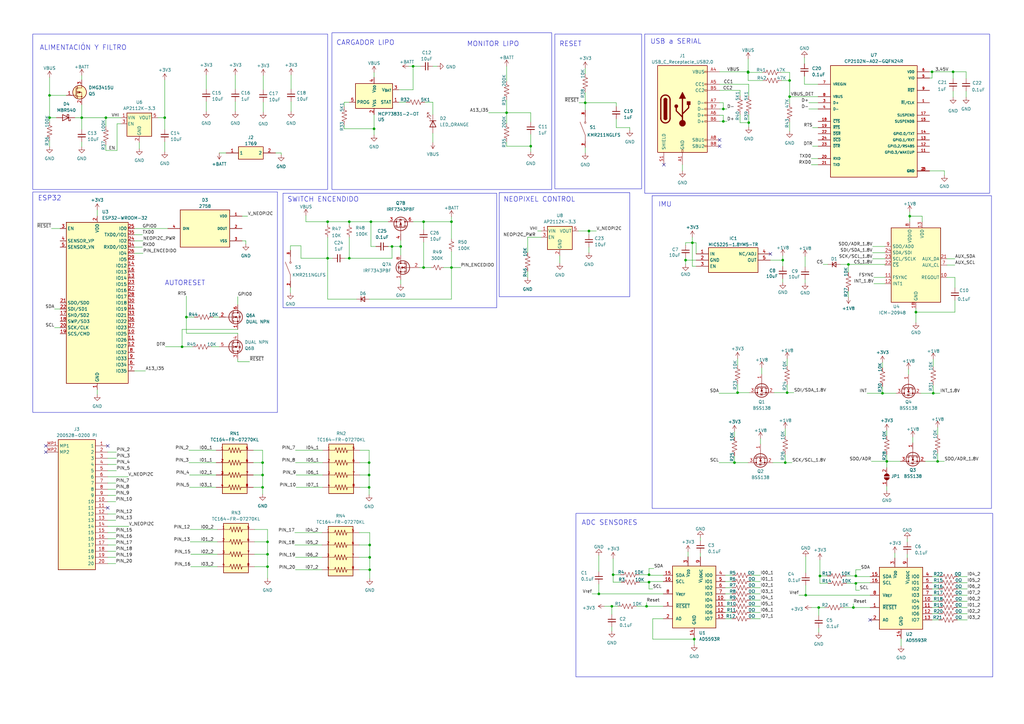
<source format=kicad_sch>
(kicad_sch (version 20230121) (generator eeschema)
  (paper "A3")
  (junction (at 151.384 189.738))
  (junction (at 283.972 99.568))
  (junction (at 335.788 249.174))
  (junction (at 306.832 29.464))
  (junction (at 306.832 29.718))
  (junction (at 109.728 227.33))
  (junction (at 151.638 223.52))
  (junction (at 151.638 233.68))
  (junction (at 185.166 109.728))
  (junction (at 217.678 59.944))
  (junction (at 173.736 109.728))
  (junction (at 336.296 236.22))
  (junction (at 109.728 222.25))
  (junction (at 153.416 52.832))
  (junction (at 207.772 46.228))
  (junction (at 107.696 189.738))
  (junction (at 240.03 42.164))
  (junction (at 382.27 29.464))
  (junction (at 296.672 49.784))
  (junction (at 307.086 50.292))
  (junction (at 33.528 48.26))
  (junction (at 321.056 106.68))
  (junction (at 266.192 235.712))
  (junction (at 164.338 101.092))
  (junction (at 169.418 27.178))
  (junction (at 361.95 161.29))
  (junction (at 322.834 161.036))
  (junction (at 76.454 130.048))
  (junction (at 185.166 90.932))
  (junction (at 375.666 128.016))
  (junction (at 134.366 90.932))
  (junction (at 351.028 236.22))
  (junction (at 143.256 90.932))
  (junction (at 20.32 39.116))
  (junction (at 74.676 142.24))
  (junction (at 265.176 248.666))
  (junction (at 302.514 161.036))
  (junction (at 363.728 189.23))
  (junction (at 107.696 199.898))
  (junction (at 151.638 228.6))
  (junction (at 301.244 189.738))
  (junction (at 245.618 243.586))
  (junction (at 390.906 29.464))
  (junction (at 281.178 106.68))
  (junction (at 382.778 161.29))
  (junction (at 330.454 244.094))
  (junction (at 323.85 39.624))
  (junction (at 266.192 238.76))
  (junction (at 351.028 239.268))
  (junction (at 323.85 33.02))
  (junction (at 151.384 194.818))
  (junction (at 134.366 105.918))
  (junction (at 173.736 90.932))
  (junction (at 347.98 108.458))
  (junction (at 373.126 88.646))
  (junction (at 160.782 101.092))
  (junction (at 296.672 44.704))
  (junction (at 20.32 48.26))
  (junction (at 143.256 105.918))
  (junction (at 350.012 249.174))
  (junction (at 152.146 90.932))
  (junction (at 43.434 48.26))
  (junction (at 241.554 94.742))
  (junction (at 384.556 189.23))
  (junction (at 322.072 189.738))
  (junction (at 251.46 235.712))
  (junction (at 151.384 199.898))
  (junction (at 107.696 194.818))
  (junction (at 284.734 262.128))
  (junction (at 67.564 48.26))
  (junction (at 109.728 232.41))
  (junction (at 250.952 248.666))
  (no_connect (at 272.288 67.564))
  (no_connect (at 295.148 57.404))
  (no_connect (at 356.87 254.254))
  (no_connect (at 18.796 185.42))
  (no_connect (at 44.196 208.28))
  (no_connect (at 315.976 104.14))
  (no_connect (at 44.196 182.88))
  (no_connect (at 295.148 59.944))
  (no_connect (at 18.796 182.88))
  (wire (pts (xy 67.564 58.166) (xy 67.564 62.23)))
  (wire (pts (xy 147.574 184.658) (xy 151.384 184.658)))
  (wire (pts (xy 303.53 46.99) (xy 303.53 50.292)))
  (wire (pts (xy 307.848 253.746) (xy 311.912 253.746)))
  (wire (pts (xy 134.366 122.682) (xy 146.304 122.682)))
  (wire (pts (xy 123.444 105.918) (xy 123.444 100.838)))
  (wire (pts (xy 44.196 210.82) (xy 47.498 210.82)))
  (wire (pts (xy 347.98 108.458) (xy 362.966 108.458)))
  (wire (pts (xy 44.196 223.52) (xy 47.498 223.52)))
  (wire (pts (xy 216.408 97.282) (xy 216.408 103.632)))
  (wire (pts (xy 295.148 49.784) (xy 296.672 49.784)))
  (wire (pts (xy 283.972 97.282) (xy 283.972 99.568)))
  (wire (pts (xy 332.74 67.564) (xy 335.534 67.564)))
  (wire (pts (xy 33.528 42.926) (xy 33.528 48.26)))
  (wire (pts (xy 331.724 44.704) (xy 335.534 44.704)))
  (wire (pts (xy 55.118 103.886) (xy 58.674 103.886)))
  (wire (pts (xy 89.916 62.738) (xy 92.71 62.738)))
  (wire (pts (xy 355.6 161.29) (xy 361.95 161.29)))
  (wire (pts (xy 330.2 114.554) (xy 330.2 116.078)))
  (wire (pts (xy 173.736 94.234) (xy 173.736 90.932)))
  (wire (pts (xy 143.256 97.282) (xy 143.256 105.918)))
  (wire (pts (xy 372.618 151.384) (xy 372.618 153.67)))
  (wire (pts (xy 391.668 128.016) (xy 375.666 128.016)))
  (wire (pts (xy 147.574 189.738) (xy 151.384 189.738)))
  (wire (pts (xy 281.178 106.68) (xy 281.178 108.458)))
  (wire (pts (xy 132.334 184.658) (xy 121.158 184.658)))
  (wire (pts (xy 74.676 135.128) (xy 74.676 142.24)))
  (wire (pts (xy 339.344 236.22) (xy 336.296 236.22)))
  (wire (pts (xy 250.952 248.666) (xy 250.952 251.968)))
  (wire (pts (xy 185.166 103.124) (xy 185.166 109.728)))
  (wire (pts (xy 173.736 99.314) (xy 173.736 109.728)))
  (wire (pts (xy 268.224 233.172) (xy 266.192 233.172)))
  (wire (pts (xy 245.618 227.838) (xy 245.618 234.442)))
  (wire (pts (xy 261.112 248.666) (xy 265.176 248.666)))
  (wire (pts (xy 392.684 239.014) (xy 396.748 239.014)))
  (wire (pts (xy 134.366 105.918) (xy 134.366 122.682)))
  (wire (pts (xy 97.536 148.336) (xy 102.362 148.336)))
  (wire (pts (xy 356.87 239.014) (xy 351.028 239.014)))
  (wire (pts (xy 303.53 50.292) (xy 307.086 50.292)))
  (wire (pts (xy 390.906 29.464) (xy 390.906 32.258)))
  (wire (pts (xy 96.52 41.656) (xy 96.52 45.72)))
  (wire (pts (xy 390.906 37.338) (xy 390.906 39.878)))
  (wire (pts (xy 44.196 195.58) (xy 52.578 195.58)))
  (wire (pts (xy 335.534 34.544) (xy 329.946 34.544)))
  (wire (pts (xy 266.192 238.76) (xy 266.192 241.554)))
  (wire (pts (xy 147.32 228.6) (xy 151.638 228.6)))
  (wire (pts (xy 295.148 42.164) (xy 296.672 42.164)))
  (wire (pts (xy 252.73 52.324) (xy 258.318 52.324)))
  (wire (pts (xy 335.788 249.174) (xy 338.328 249.174)))
  (wire (pts (xy 143.256 92.202) (xy 143.256 90.932)))
  (wire (pts (xy 344.678 108.458) (xy 347.98 108.458)))
  (wire (pts (xy 387.35 70.104) (xy 387.35 71.882)))
  (wire (pts (xy 294.894 189.738) (xy 301.244 189.738)))
  (wire (pts (xy 207.772 27.178) (xy 207.772 33.274)))
  (wire (pts (xy 55.118 93.726) (xy 68.834 93.726)))
  (wire (pts (xy 329.946 23.622) (xy 329.946 26.162)))
  (wire (pts (xy 297.434 243.586) (xy 300.228 243.586)))
  (wire (pts (xy 76.454 136.652) (xy 76.454 130.048)))
  (wire (pts (xy 55.118 101.346) (xy 58.42 101.346)))
  (wire (pts (xy 377.698 161.29) (xy 382.778 161.29)))
  (wire (pts (xy 109.728 217.17) (xy 109.728 222.25)))
  (wire (pts (xy 97.536 124.968) (xy 97.536 121.666)))
  (wire (pts (xy 217.678 50.038) (xy 217.678 46.228)))
  (wire (pts (xy 141.224 41.91) (xy 141.224 43.688)))
  (wire (pts (xy 382.27 251.714) (xy 385.064 251.714)))
  (wire (pts (xy 369.57 261.874) (xy 369.57 264.922)))
  (wire (pts (xy 302.514 147.066) (xy 302.514 149.86)))
  (wire (pts (xy 141.224 41.91) (xy 143.256 41.91)))
  (wire (pts (xy 179.324 27.178) (xy 177.546 27.178)))
  (wire (pts (xy 357.886 101.092) (xy 362.966 101.092)))
  (wire (pts (xy 20.32 48.26) (xy 23.114 48.26)))
  (wire (pts (xy 167.64 27.178) (xy 169.418 27.178)))
  (wire (pts (xy 267.716 262.128) (xy 284.734 262.128)))
  (wire (pts (xy 322.834 157.734) (xy 322.834 161.036)))
  (wire (pts (xy 287.274 220.472) (xy 287.274 221.742)))
  (wire (pts (xy 74.676 135.128) (xy 97.536 135.128)))
  (wire (pts (xy 361.95 148.59) (xy 361.95 150.876)))
  (wire (pts (xy 103.886 184.658) (xy 107.696 184.658)))
  (wire (pts (xy 169.418 36.83) (xy 169.418 27.178)))
  (wire (pts (xy 89.154 217.17) (xy 77.978 217.17)))
  (wire (pts (xy 132.08 218.44) (xy 120.904 218.44)))
  (wire (pts (xy 132.334 189.738) (xy 121.158 189.738)))
  (wire (pts (xy 287.274 226.822) (xy 287.274 228.346)))
  (wire (pts (xy 147.574 199.898) (xy 151.384 199.898)))
  (wire (pts (xy 297.434 238.506) (xy 300.228 238.506)))
  (wire (pts (xy 392.684 251.714) (xy 396.748 251.714)))
  (wire (pts (xy 336.296 239.268) (xy 336.296 236.22)))
  (wire (pts (xy 44.196 198.12) (xy 47.498 198.12)))
  (wire (pts (xy 207.772 46.228) (xy 207.772 50.546)))
  (wire (pts (xy 322.072 186.436) (xy 322.072 189.738)))
  (wire (pts (xy 322.072 189.738) (xy 324.866 189.738)))
  (wire (pts (xy 392.684 244.094) (xy 396.748 244.094)))
  (wire (pts (xy 185.166 88.9) (xy 185.166 90.932)))
  (wire (pts (xy 312.674 29.718) (xy 306.832 29.718)))
  (wire (pts (xy 217.678 55.118) (xy 217.678 59.944)))
  (wire (pts (xy 44.196 205.74) (xy 47.498 205.74)))
  (wire (pts (xy 382.27 244.094) (xy 385.064 244.094)))
  (wire (pts (xy 295.148 37.084) (xy 303.53 37.084)))
  (wire (pts (xy 48.006 50.8) (xy 49.53 50.8)))
  (wire (pts (xy 316.992 189.738) (xy 322.072 189.738)))
  (wire (pts (xy 43.434 61.722) (xy 48.006 61.722)))
  (wire (pts (xy 362.966 108.458) (xy 362.966 108.712)))
  (wire (pts (xy 107.95 30.988) (xy 107.95 36.83)))
  (wire (pts (xy 99.314 98.806) (xy 100.838 98.806)))
  (wire (pts (xy 388.366 108.712) (xy 391.668 108.712)))
  (wire (pts (xy 173.736 90.932) (xy 185.166 90.932)))
  (wire (pts (xy 141.224 52.832) (xy 153.416 52.832)))
  (wire (pts (xy 151.638 228.6) (xy 151.638 233.68)))
  (wire (pts (xy 151.638 223.52) (xy 151.638 228.6)))
  (wire (pts (xy 245.618 239.522) (xy 245.618 243.586)))
  (wire (pts (xy 303.53 37.084) (xy 303.53 39.37)))
  (wire (pts (xy 154.178 101.092) (xy 152.146 101.092)))
  (wire (pts (xy 272.034 238.506) (xy 266.192 238.506)))
  (wire (pts (xy 44.196 231.14) (xy 47.498 231.14)))
  (wire (pts (xy 317.5 161.036) (xy 322.834 161.036)))
  (wire (pts (xy 107.696 184.658) (xy 107.696 189.738)))
  (wire (pts (xy 347.98 111.76) (xy 347.98 108.458)))
  (wire (pts (xy 375.666 128.016) (xy 375.666 132.334)))
  (wire (pts (xy 302.514 161.036) (xy 302.514 161.29)))
  (wire (pts (xy 323.85 42.418) (xy 323.85 39.624)))
  (wire (pts (xy 88.646 194.818) (xy 77.724 194.818)))
  (wire (pts (xy 382.27 239.014) (xy 385.064 239.014)))
  (wire (pts (xy 382.27 32.004) (xy 382.27 29.464)))
  (wire (pts (xy 141.478 105.918) (xy 143.256 105.918)))
  (wire (pts (xy 39.878 159.766) (xy 39.878 161.798)))
  (wire (pts (xy 307.848 241.046) (xy 311.912 241.046)))
  (wire (pts (xy 308.102 235.966) (xy 311.912 235.966)))
  (wire (pts (xy 363.728 189.23) (xy 369.316 189.23)))
  (wire (pts (xy 173.736 90.932) (xy 169.418 90.932)))
  (wire (pts (xy 382.27 241.554) (xy 385.064 241.554)))
  (wire (pts (xy 96.52 30.734) (xy 96.52 36.576)))
  (wire (pts (xy 39.878 86.106) (xy 39.878 88.646)))
  (wire (pts (xy 24.638 93.726) (xy 21.082 93.726)))
  (wire (pts (xy 372.11 227.33) (xy 372.11 228.854)))
  (wire (pts (xy 132.334 194.818) (xy 121.412 194.818)))
  (wire (pts (xy 132.08 223.52) (xy 120.904 223.52)))
  (wire (pts (xy 382.27 29.464) (xy 390.906 29.464)))
  (wire (pts (xy 335.788 249.174) (xy 335.788 252.476)))
  (wire (pts (xy 107.95 41.91) (xy 107.95 45.974)))
  (wire (pts (xy 88.646 199.898) (xy 77.724 199.898)))
  (wire (pts (xy 352.552 242.062) (xy 351.028 242.062)))
  (wire (pts (xy 337.566 108.458) (xy 339.598 108.458)))
  (wire (pts (xy 382.27 249.174) (xy 385.064 249.174)))
  (wire (pts (xy 240.03 42.164) (xy 240.03 45.212)))
  (wire (pts (xy 20.32 39.116) (xy 20.32 48.26)))
  (wire (pts (xy 217.678 46.228) (xy 207.772 46.228)))
  (wire (pts (xy 143.256 90.932) (xy 152.146 90.932)))
  (wire (pts (xy 297.434 246.126) (xy 300.228 246.126)))
  (wire (pts (xy 372.11 220.98) (xy 372.11 222.25)))
  (wire (pts (xy 97.536 137.16) (xy 97.536 136.652)))
  (wire (pts (xy 351.028 239.268) (xy 347.218 239.268)))
  (wire (pts (xy 216.408 113.792) (xy 216.408 111.252)))
  (wire (pts (xy 336.296 229.616) (xy 336.296 236.22)))
  (wire (pts (xy 103.886 194.818) (xy 107.696 194.818)))
  (wire (pts (xy 173.736 109.728) (xy 171.958 109.728)))
  (wire (pts (xy 22.352 134.366) (xy 24.638 134.366)))
  (wire (pts (xy 373.126 86.868) (xy 373.126 88.646)))
  (wire (pts (xy 382.778 157.988) (xy 382.778 161.29)))
  (wire (pts (xy 207.772 58.166) (xy 207.772 59.944)))
  (wire (pts (xy 330.454 240.03) (xy 330.454 244.094)))
  (wire (pts (xy 44.196 200.66) (xy 47.498 200.66)))
  (wire (pts (xy 169.418 27.178) (xy 172.466 27.178)))
  (wire (pts (xy 281.178 99.568) (xy 283.972 99.568)))
  (wire (pts (xy 119.38 41.656) (xy 119.38 45.72)))
  (wire (pts (xy 382.778 147.32) (xy 382.778 150.368)))
  (wire (pts (xy 44.196 203.2) (xy 47.498 203.2)))
  (wire (pts (xy 396.24 39.878) (xy 396.24 37.338)))
  (wire (pts (xy 388.366 106.172) (xy 391.668 106.172)))
  (wire (pts (xy 147.32 223.52) (xy 151.638 223.52)))
  (wire (pts (xy 306.832 29.718) (xy 306.832 33.02)))
  (wire (pts (xy 357.886 106.172) (xy 362.966 106.172)))
  (wire (pts (xy 216.408 97.282) (xy 221.996 97.282)))
  (wire (pts (xy 163.576 41.91) (xy 166.624 41.91)))
  (wire (pts (xy 44.196 213.36) (xy 47.498 213.36)))
  (wire (pts (xy 296.672 42.164) (xy 296.672 44.704)))
  (wire (pts (xy 22.352 126.746) (xy 24.638 126.746)))
  (wire (pts (xy 240.03 27.94) (xy 240.03 30.226)))
  (wire (pts (xy 242.824 243.586) (xy 245.618 243.586)))
  (wire (pts (xy 283.972 99.568) (xy 283.972 109.22)))
  (wire (pts (xy 296.672 44.704) (xy 298.196 44.704)))
  (wire (pts (xy 134.366 97.282) (xy 134.366 105.918)))
  (wire (pts (xy 177.546 54.61) (xy 177.546 58.42)))
  (wire (pts (xy 295.148 44.704) (xy 296.672 44.704)))
  (wire (pts (xy 164.338 98.552) (xy 164.338 101.092)))
  (wire (pts (xy 295.148 47.244) (xy 296.672 47.244)))
  (wire (pts (xy 373.126 88.646) (xy 378.206 88.646)))
  (wire (pts (xy 362.966 103.632) (xy 357.886 103.632)))
  (wire (pts (xy 323.85 29.718) (xy 323.85 33.02)))
  (wire (pts (xy 321.056 104.902) (xy 321.056 106.68)))
  (wire (pts (xy 159.258 101.092) (xy 160.782 101.092)))
  (wire (pts (xy 312.42 150.876) (xy 312.42 153.416)))
  (wire (pts (xy 79.756 130.048) (xy 76.454 130.048)))
  (wire (pts (xy 322.834 161.036) (xy 325.628 161.036)))
  (wire (pts (xy 357.378 189.23) (xy 363.728 189.23)))
  (wire (pts (xy 285.496 99.568) (xy 285.496 104.14)))
  (wire (pts (xy 307.848 243.586) (xy 311.912 243.586)))
  (wire (pts (xy 185.166 109.728) (xy 188.976 109.728)))
  (wire (pts (xy 330.454 228.346) (xy 330.454 234.95)))
  (wire (pts (xy 44.196 218.44) (xy 47.498 218.44)))
  (wire (pts (xy 163.576 36.83) (xy 169.418 36.83)))
  (wire (pts (xy 84.582 30.734) (xy 84.582 36.576)))
  (wire (pts (xy 315.976 106.68) (xy 321.056 106.68)))
  (wire (pts (xy 237.236 94.742) (xy 241.554 94.742)))
  (wire (pts (xy 229.616 104.902) (xy 229.616 107.95)))
  (wire (pts (xy 266.192 235.966) (xy 266.192 235.712)))
  (wire (pts (xy 89.154 222.25) (xy 77.978 222.25)))
  (wire (pts (xy 347.98 119.38) (xy 347.98 121.92)))
  (wire (pts (xy 396.24 32.258) (xy 396.24 29.464)))
  (wire (pts (xy 174.244 41.91) (xy 177.546 41.91)))
  (wire (pts (xy 391.668 113.792) (xy 391.668 118.11)))
  (wire (pts (xy 335.788 257.556) (xy 335.788 259.334)))
  (wire (pts (xy 97.536 147.32) (xy 97.536 148.336)))
  (wire (pts (xy 109.728 222.25) (xy 109.728 227.33)))
  (wire (pts (xy 321.056 114.3) (xy 321.056 115.824)))
  (wire (pts (xy 307.086 46.99) (xy 307.086 50.292)))
  (wire (pts (xy 351.028 239.268) (xy 351.028 239.014)))
  (wire (pts (xy 266.192 238.76) (xy 266.192 238.506)))
  (wire (pts (xy 351.028 236.474) (xy 351.028 236.22)))
  (wire (pts (xy 152.146 101.092) (xy 152.146 90.932)))
  (wire (pts (xy 89.154 227.33) (xy 78.232 227.33)))
  (wire (pts (xy 384.556 185.928) (xy 384.556 189.23)))
  (wire (pts (xy 363.728 186.436) (xy 363.728 189.23)))
  (wire (pts (xy 361.95 161.29) (xy 367.538 161.29)))
  (wire (pts (xy 382.27 254.254) (xy 385.064 254.254)))
  (wire (pts (xy 258.318 52.324) (xy 258.318 53.34)))
  (wire (pts (xy 113.03 62.738) (xy 115.316 62.738)))
  (wire (pts (xy 115.316 62.738) (xy 115.316 63.5)))
  (wire (pts (xy 363.728 176.53) (xy 363.728 178.816)))
  (wire (pts (xy 296.672 47.244) (xy 296.672 49.784)))
  (wire (pts (xy 266.192 233.172) (xy 266.192 235.712)))
  (wire (pts (xy 153.416 52.832) (xy 153.416 55.372)))
  (wire (pts (xy 251.46 238.76) (xy 251.46 235.712)))
  (wire (pts (xy 185.166 122.682) (xy 185.166 109.728)))
  (wire (pts (xy 125.476 90.932) (xy 134.366 90.932)))
  (wire (pts (xy 373.126 88.646) (xy 373.126 90.932)))
  (wire (pts (xy 185.166 109.728) (xy 181.864 109.728)))
  (wire (pts (xy 251.46 229.108) (xy 251.46 235.712)))
  (wire (pts (xy 241.554 94.742) (xy 244.602 94.742)))
  (wire (pts (xy 153.416 29.718) (xy 153.416 31.75)))
  (wire (pts (xy 123.444 105.918) (xy 134.366 105.918)))
  (wire (pts (xy 67.564 32.766) (xy 67.564 48.26)))
  (wire (pts (xy 104.394 232.41) (xy 109.728 232.41)))
  (wire (pts (xy 151.638 218.44) (xy 151.638 223.52)))
  (wire (pts (xy 44.196 193.04) (xy 47.752 193.04)))
  (wire (pts (xy 141.224 51.308) (xy 141.224 52.832)))
  (wire (pts (xy 375.666 126.492) (xy 375.666 128.016)))
  (wire (pts (xy 302.514 157.48) (xy 302.514 161.036)))
  (wire (pts (xy 351.028 233.68) (xy 351.028 236.22)))
  (wire (pts (xy 241.554 101.346) (xy 241.554 103.632)))
  (wire (pts (xy 390.906 29.464) (xy 396.24 29.464)))
  (wire (pts (xy 67.564 48.26) (xy 67.564 53.086)))
  (wire (pts (xy 381.254 32.004) (xy 382.27 32.004)))
  (wire (pts (xy 55.118 98.806) (xy 58.674 98.806)))
  (wire (pts (xy 132.08 233.68) (xy 121.158 233.68)))
  (wire (pts (xy 361.95 158.496) (xy 361.95 161.29)))
  (wire (pts (xy 281.178 106.68) (xy 285.496 106.68)))
  (wire (pts (xy 55.118 96.266) (xy 58.42 96.266)))
  (wire (pts (xy 279.908 67.564) (xy 279.908 70.104)))
  (wire (pts (xy 220.472 94.742) (xy 221.996 94.742)))
  (wire (pts (xy 160.782 105.918) (xy 143.256 105.918)))
  (wire (pts (xy 332.74 65.024) (xy 335.534 65.024)))
  (wire (pts (xy 109.728 227.33) (xy 109.728 232.41)))
  (wire (pts (xy 381.254 70.104) (xy 387.35 70.104)))
  (wire (pts (xy 147.32 233.68) (xy 151.638 233.68)))
  (wire (pts (xy 104.394 217.17) (xy 109.728 217.17)))
  (wire (pts (xy 381.254 29.464) (xy 382.27 29.464)))
  (wire (pts (xy 207.772 59.944) (xy 217.678 59.944)))
  (wire (pts (xy 134.366 90.932) (xy 134.366 92.202)))
  (wire (pts (xy 382.778 161.29) (xy 385.572 161.29)))
  (wire (pts (xy 250.952 248.666) (xy 253.492 248.666)))
  (wire (pts (xy 107.696 194.818) (xy 107.696 199.898)))
  (wire (pts (xy 345.948 249.174) (xy 350.012 249.174)))
  (wire (pts (xy 173.736 109.728) (xy 176.784 109.728)))
  (wire (pts (xy 119.126 100.838) (xy 119.126 102.616)))
  (wire (pts (xy 282.194 228.346) (xy 282.194 226.314)))
  (wire (pts (xy 153.416 46.99) (xy 153.416 52.832)))
  (wire (pts (xy 382.27 246.634) (xy 385.064 246.634)))
  (wire (pts (xy 363.728 189.23) (xy 363.728 191.77)))
  (wire (pts (xy 295.148 34.544) (xy 307.086 34.544)))
  (wire (pts (xy 284.734 261.366) (xy 284.734 262.128)))
  (wire (pts (xy 134.366 105.918) (xy 136.398 105.918)))
  (wire (pts (xy 283.972 109.22) (xy 285.496 109.22)))
  (wire (pts (xy 177.546 41.91) (xy 177.546 46.99)))
  (wire (pts (xy 296.672 49.784) (xy 298.196 49.784)))
  (wire (pts (xy 119.126 117.856) (xy 119.126 120.142)))
  (wire (pts (xy 307.848 248.666) (xy 311.912 248.666)))
  (wire (pts (xy 160.782 101.092) (xy 160.782 105.918)))
  (wire (pts (xy 339.598 239.268) (xy 336.296 239.268)))
  (wire (pts (xy 265.176 248.666) (xy 272.034 248.666)))
  (wire (pts (xy 88.646 184.658) (xy 77.47 184.658)))
  (wire (pts (xy 320.294 29.718) (xy 323.85 29.718)))
  (wire (pts (xy 33.528 48.26) (xy 43.434 48.26)))
  (wire (pts (xy 164.338 114.808) (xy 164.338 116.586)))
  (wire (pts (xy 103.886 189.738) (xy 107.696 189.738)))
  (wire (pts (xy 217.678 59.944) (xy 217.678 62.23)))
  (wire (pts (xy 392.684 246.634) (xy 396.748 246.634)))
  (wire (pts (xy 247.904 248.666) (xy 250.952 248.666)))
  (wire (pts (xy 307.086 34.544) (xy 307.086 39.37)))
  (wire (pts (xy 266.192 235.712) (xy 262.128 235.712)))
  (wire (pts (xy 67.818 142.24) (xy 74.676 142.24)))
  (wire (pts (xy 147.32 218.44) (xy 151.638 218.44)))
  (wire (pts (xy 374.396 179.324) (xy 374.396 181.61)))
  (wire (pts (xy 200.406 46.228) (xy 207.772 46.228)))
  (wire (pts (xy 329.946 34.544) (xy 329.946 31.242)))
  (wire (pts (xy 392.938 236.474) (xy 396.748 236.474)))
  (wire (pts (xy 44.196 190.5) (xy 47.752 190.5)))
  (wire (pts (xy 43.434 48.26) (xy 49.53 48.26)))
  (wire (pts (xy 160.782 101.092) (xy 164.338 101.092)))
  (wire (pts (xy 44.196 228.6) (xy 47.498 228.6)))
  (wire (pts (xy 44.196 215.9) (xy 52.832 215.9)))
  (wire (pts (xy 254.508 235.712) (xy 251.46 235.712)))
  (wire (pts (xy 312.928 33.02) (xy 306.832 33.02)))
  (wire (pts (xy 123.444 100.838) (xy 119.126 100.838)))
  (wire (pts (xy 119.38 30.734) (xy 119.38 36.576)))
  (wire (pts (xy 392.684 241.554) (xy 396.748 241.554)))
  (wire (pts (xy 250.952 257.048) (xy 250.952 258.826)))
  (wire (pts (xy 367.03 228.854) (xy 367.03 226.822)))
  (wire (pts (xy 350.012 247.65) (xy 350.012 249.174)))
  (wire (pts (xy 281.178 99.568) (xy 281.178 100.584)))
  (wire (pts (xy 132.08 228.6) (xy 121.158 228.6)))
  (wire (pts (xy 44.196 226.06) (xy 47.498 226.06)))
  (wire (pts (xy 20.32 39.116) (xy 20.32 31.75)))
  (wire (pts (xy 104.394 222.25) (xy 109.728 222.25)))
  (wire (pts (xy 20.32 39.116) (xy 27.178 39.116)))
  (wire (pts (xy 307.848 246.126) (xy 311.912 246.126)))
  (wire (pts (xy 330.454 244.094) (xy 356.87 244.094)))
  (wire (pts (xy 391.668 123.19) (xy 391.668 128.016)))
  (wire (pts (xy 384.556 175.26) (xy 384.556 178.308)))
  (wire (pts (xy 152.146 90.932) (xy 159.258 90.932)))
  (wire (pts (xy 74.676 142.24) (xy 78.994 142.24)))
  (wire (pts (xy 20.32 57.658) (xy 20.32 60.198)))
  (wire (pts (xy 252.73 48.768) (xy 252.73 52.324)))
  (wire (pts (xy 333.248 52.324) (xy 335.534 52.324)))
  (wire (pts (xy 353.06 233.68) (xy 351.028 233.68)))
  (wire (pts (xy 297.434 253.746) (xy 300.228 253.746)))
  (wire (pts (xy 33.528 48.26) (xy 33.528 53.086)))
  (wire (pts (xy 20.32 50.038) (xy 20.32 48.26)))
  (wire (pts (xy 379.476 189.23) (xy 384.556 189.23)))
  (wire (pts (xy 33.528 58.166) (xy 33.528 60.198)))
  (wire (pts (xy 44.196 185.42) (xy 47.752 185.42)))
  (wire (pts (xy 89.154 232.41) (xy 78.232 232.41)))
  (wire (pts (xy 164.338 101.092) (xy 164.338 104.648)))
  (wire (pts (xy 307.34 161.036) (xy 302.514 161.036)))
  (wire (pts (xy 64.77 48.26) (xy 67.564 48.26)))
  (wire (pts (xy 44.196 187.96) (xy 47.752 187.96)))
  (wire (pts (xy 48.006 61.722) (xy 48.006 50.8)))
  (wire (pts (xy 306.832 29.718) (xy 306.832 29.464)))
  (wire (pts (xy 307.086 50.292) (xy 307.086 52.07)))
  (wire (pts (xy 362.966 116.332) (xy 358.394 116.332)))
  (wire (pts (xy 55.118 152.146) (xy 59.69 152.146)))
  (wire (pts (xy 107.696 199.898) (xy 107.696 202.692)))
  (wire (pts (xy 331.724 42.164) (xy 335.534 42.164)))
  (wire (pts (xy 151.384 194.818) (xy 151.384 199.898)))
  (wire (pts (xy 185.166 98.044) (xy 185.166 90.932)))
  (wire (pts (xy 240.03 37.846) (xy 240.03 42.164)))
  (wire (pts (xy 245.618 243.586) (xy 272.034 243.586)))
  (wire (pts (xy 43.434 61.722) (xy 43.434 59.436)))
  (wire (pts (xy 76.454 130.048) (xy 76.454 121.412)))
  (wire (pts (xy 281.178 105.664) (xy 281.178 106.68)))
  (wire (pts (xy 104.394 227.33) (xy 109.728 227.33)))
  (wire (pts (xy 301.244 189.738) (xy 306.832 189.738)))
  (wire (pts (xy 86.614 142.24) (xy 89.916 142.24)))
  (wire (pts (xy 151.384 184.658) (xy 151.384 189.738)))
  (wire (pts (xy 284.734 262.128) (xy 284.734 264.414)))
  (wire (pts (xy 363.728 199.39) (xy 363.728 201.168)))
  (wire (pts (xy 267.716 253.746) (xy 272.034 253.746)))
  (wire (pts (xy 382.27 236.474) (xy 385.318 236.474)))
  (wire (pts (xy 151.384 122.682) (xy 185.166 122.682)))
  (wire (pts (xy 350.012 249.174) (xy 356.87 249.174)))
  (wire (pts (xy 392.684 254.254) (xy 396.748 254.254)))
  (wire (pts (xy 207.772 40.894) (xy 207.772 46.228)))
  (wire (pts (xy 151.384 189.738) (xy 151.384 194.818)))
  (wire (pts (xy 320.548 33.02) (xy 323.85 33.02)))
  (wire (pts (xy 283.972 99.568) (xy 285.496 99.568)))
  (wire (pts (xy 88.646 189.738) (xy 77.47 189.738)))
  (wire (pts (xy 322.072 175.768) (xy 322.072 178.816)))
  (wire (pts (xy 147.574 194.818) (xy 151.384 194.818)))
  (wire (pts (xy 109.728 232.41) (xy 109.728 237.236)))
  (wire (pts (xy 265.176 247.142) (xy 265.176 248.666)))
  (wire (pts (xy 252.73 43.688) (xy 252.73 42.164)))
  (wire (pts (xy 322.834 147.066) (xy 322.834 150.114)))
  (wire (pts (xy 330.2 105.156) (xy 330.2 109.474)))
  (wire (pts (xy 134.366 90.932) (xy 143.256 90.932)))
  (wire (pts (xy 307.848 251.206) (xy 311.912 251.206)))
  (wire (pts (xy 237.49 42.164) (xy 240.03 42.164)))
  (wire (pts (xy 351.028 236.22) (xy 346.964 236.22)))
  (wire (pts (xy 87.376 130.048) (xy 89.916 130.048)))
  (wire (pts (xy 311.912 179.832) (xy 311.912 182.118)))
  (wire (pts (xy 327.66 244.094) (xy 330.454 244.094)))
  (wire (pts (xy 100.838 98.806) (xy 100.838 100.076)))
  (wire (pts (xy 307.848 238.506) (xy 311.912 238.506)))
  (wire (pts (xy 378.206 90.932) (xy 378.206 88.646)))
  (wire (pts (xy 266.192 238.76) (xy 262.382 238.76)))
  (wire (pts (xy 332.74 249.174) (xy 335.788 249.174)))
  (wire (pts (xy 107.696 189.738) (xy 107.696 194.818)))
  (wire (pts (xy 323.85 50.038) (xy 323.85 53.848)))
  (wire (pts (xy 125.476 88.392) (xy 125.476 90.932)))
  (wire (pts (xy 351.028 239.268) (xy 351.028 242.062)))
  (wire (pts (xy 295.148 29.464) (xy 306.832 29.464)))
  (wire (pts (xy 43.434 48.26) (xy 43.434 51.816)))
  (wire (pts (xy 103.886 199.898) (xy 107.696 199.898)))
  (wire (pts (xy 267.716 241.554) (xy 266.192 241.554)))
  (wire (pts (xy 297.434 248.666) (xy 300.228 248.666)))
  (wire (pts (xy 252.73 42.164) (xy 240.03 42.164)))
  (wire (pts (xy 384.556 189.23) (xy 387.35 189.23)))
  (wire (pts (xy 323.85 33.02) (xy 323.85 39.624)))
  (wire (pts (xy 151.638 233.68) (xy 151.638 237.236)))
  (wire (pts (xy 44.196 220.98) (xy 47.498 220.98)))
  (wire (pts (xy 132.334 199.898) (xy 121.412 199.898)))
  (wire (pts (xy 30.734 48.26) (xy 33.528 48.26)))
  (wire (pts (xy 388.366 113.792) (xy 391.668 113.792)))
  (wire (pts (xy 301.244 177.038) (xy 301.244 179.324)))
  (wire (pts (xy 241.554 94.742) (xy 241.554 96.266)))
  (wire (pts (xy 301.244 186.944) (xy 301.244 189.738)))
  (wire (pts (xy 272.034 235.966) (xy 266.192 235.966)))
  (wire (pts (xy 99.314 88.646) (xy 101.6 88.646)))
  (wire (pts (xy 97.536 136.652) (xy 76.454 136.652)))
  (wire (pts (xy 240.03 60.452) (xy 240.03 62.738)))
  (wire (pts (xy 306.832 29.464) (xy 306.832 24.13)))
  (wire (pts (xy 297.434 241.046) (xy 300.228 241.046)))
  (wire (pts (xy 333.248 59.944) (xy 335.534 59.944)))
  (wire (pts (xy 358.394 113.792) (xy 362.966 113.792)))
  (wire (pts (xy 151.384 199.898) (xy 151.384 202.946)))
  (wire (pts (xy 57.15 58.42) (xy 57.15 60.96)))
  (wire (pts (xy 254.762 238.76) (xy 251.46 238.76)))
  (wire (pts (xy 33.528 30.988) (xy 33.528 32.766)))
  (wire (pts (xy 294.894 161.29) (xy 302.514 161.29)))
  (wire (pts (xy 84.582 41.656) (xy 84.582 45.72)))
  (wire (pts (xy 323.85 39.624) (xy 335.534 39.624)))
  (wire (pts (xy 267.716 253.746) (xy 267.716 262.128)))
  (wire (pts (xy 392.684 249.174) (xy 396.748 249.174)))
  (wire (pts (xy 297.434 251.206) (xy 300.228 251.206)))
  (wire (pts (xy 356.87 236.474) (xy 351.028 236.474)))
  (wire (pts (xy 297.434 235.966) (xy 300.482 235.966)))
  (wire (pts (xy 321.056 106.68) (xy 321.056 109.22)))
  (rectangle (start 13.462 78.74) (end 113.792 169.164))
  (rectangle (start 227.584 13.97) (end 263.144 77.47))
  (rectangle (start 236.22 210.566) (end 407.162 277.622))
  (rectangle (start 13.462 13.97) (end 134.366 77.724))
  (rectangle (start 267.462 80.264) (end 406.654 208.534))
  (rectangle (start 204.724 78.994) (end 258.318 121.666))
  (rectangle (start 116.078 79.248) (end 203.708 126.238))
  (rectangle (start 264.414 13.97) (end 405.892 79.248))
  (rectangle (start 136.144 13.462) (end 226.314 77.724))
  (text "ALIMENTACIÓN Y FILTRO" (at 16.256 20.828 0) (effects (font (size 2 2)) (justify left bottom)))
  (text "NEOPIXEL CONTROL" (at 206.502 83.058 0) (effects (font (size 2 2)) (justify left bottom)))
  (text "MONITOR LIPO" (at 191.516 19.304 0) (effects (font (size 2 2)) (justify left bottom)))
  (text "ADC SENSORES" (at 238.506 215.646 0) (effects (font (size 2 2)) (justify left bottom)))
  (text "SWITCH ENCENDIDO" (at 117.856 83.058 0) (effects (font (size 2 2)) (justify left bottom)))
  (text "USB a SERIAL" (at 266.7 18.288 0) (effects (font (size 2 2)) (justify left bottom)))
  (text "RESET" (at 229.362 19.304 0) (effects (font (size 2 2)) (justify left bottom)))
  (text "AUTORESET" (at 67.564 117.348 0) (effects (font (size 2 2)) (justify left bottom)))
  (text "CARGADOR LIPO" (at 137.922 18.796 0) (effects (font (size 2 2)) (justify left bottom)))
  (text "ESP32 " (at 15.494 82.55 0) (effects (font (size 2 2)) (justify left bottom)))
  (text "IMU" (at 270.002 85.09 0) (effects (font (size 2 2)) (justify left bottom)))
  (label "PIN_18" (at 47.498 226.06 0))
  (label "I06_1" (at 125.476 194.818 0))
  (label "PIN_15" (at 47.498 218.44 0))
  (label "SDA" (at 22.352 126.746 180))
  (label "NEOPI2C_PWR" (at 58.674 98.806 0))
  (label "I02_2" (at 82.296 227.33 0))
  (label "PIN_19" (at 47.498 228.6 0))
  (label "SCK{slash}SCL_1.8V" (at 324.866 189.738 0))
  (label "PIN_13" (at 77.978 222.25 180))
  (label "PIN_10" (at 121.412 199.898 180))
  (label "I02_1" (at 81.788 194.818 0))
  (label "~{RESET}" (at 237.49 42.164 180))
  (label "SCL" (at 22.352 134.366 180))
  (label "I04_2" (at 125.222 218.44 0))
  (label "I02_2" (at 396.748 251.714 0))
  (label "VHI" (at 220.472 94.742 180))
  (label "TXD0" (at 332.74 65.024 180))
  (label "SCL" (at 352.552 242.062 0))
  (label "I05_1" (at 125.476 189.738 0))
  (label "DTR" (at 333.248 59.944 180))
  (label "Vref" (at 327.66 244.094 180))
  (label "Reset" (at 350.012 247.65 0))
  (label "I00_2" (at 82.296 217.17 0))
  (label "I01_1" (at 311.912 238.506 0))
  (label "PIN_8" (at 121.158 189.738 180))
  (label "V_NEOPI2C" (at 52.832 215.9 0))
  (label "I06_2" (at 396.748 241.554 0))
  (label "PIN_5" (at 77.724 199.898 180))
  (label "RXD0" (at 58.42 101.346 0))
  (label "SDO{slash}ADR_1.8V" (at 357.886 101.092 180))
  (label "PIN_17" (at 120.904 218.44 180))
  (label "I00_1" (at 311.912 235.966 0))
  (label "I04_2" (at 396.748 236.474 0))
  (label "PIN_12" (at 47.498 210.82 0))
  (label "RXD0" (at 332.74 67.564 180))
  (label "AUX_SDA" (at 391.668 106.172 0))
  (label "PIN_17" (at 47.498 223.52 0))
  (label "V_NEOPI2C" (at 52.578 195.58 0))
  (label "PIN_18" (at 120.904 223.52 180))
  (label "PIN_20" (at 47.498 231.14 0))
  (label "I05_2" (at 396.748 239.014 0))
  (label "PIN_12" (at 77.978 217.17 180))
  (label "I04_1" (at 311.912 246.126 0))
  (label "PIN_4" (at 77.724 194.818 180))
  (label "RTS" (at 333.248 52.324 180))
  (label "SDO{slash}ADR_1.8V" (at 387.35 189.23 0))
  (label "PIN_4" (at 47.752 190.5 0))
  (label "~{RESET}" (at 102.362 148.336 0))
  (label "VBUS_DET" (at 333.756 39.624 180))
  (label "SDA" (at 353.06 233.68 0))
  (label "A13_I35" (at 200.406 46.228 180))
  (label "I05_1" (at 311.912 248.666 0))
  (label "PIN_20" (at 121.158 233.68 180))
  (label "SDA" (at 294.894 161.29 180))
  (label "Vref" (at 242.824 243.586 180))
  (label "I03_2" (at 396.748 254.254 0))
  (label "INT_1.8V" (at 385.572 161.29 0))
  (label "I07_2" (at 396.748 244.094 0))
  (label "I01_2" (at 396.748 249.174 0))
  (label "PIN_2" (at 77.47 184.658 180))
  (label "I07_2" (at 125.222 233.68 0))
  (label "PIN_16" (at 78.232 232.41 180))
  (label "I03_2" (at 82.296 232.41 0))
  (label "EN" (at 47.244 61.722 180))
  (label "V_NEOPI2C" (at 101.6 88.646 0))
  (label "PIN_15" (at 78.232 227.33 180))
  (label "SCK{slash}SCL_1.8V" (at 357.886 106.172 180))
  (label "PIN_ENCEDIDO" (at 58.674 103.886 0))
  (label "PIN_19" (at 121.158 228.6 180))
  (label "D-" (at 331.724 44.704 180))
  (label "D+" (at 298.196 49.784 0))
  (label "GPIO0" (at 97.536 121.666 0))
  (label "VHI" (at 45.72 48.26 0))
  (label "I05_2" (at 125.222 223.52 0))
  (label "PIN_10" (at 47.498 205.74 0))
  (label "I03_1" (at 311.912 243.586 0))
  (label "PIN_2" (at 47.752 185.42 0))
  (label "3.45V" (at 383.54 29.464 0))
  (label "D+" (at 331.724 42.164 180))
  (label "PIN_5" (at 47.752 193.04 0))
  (label "I00_2" (at 396.748 246.634 0))
  (label "CS_1.8V" (at 357.886 108.458 180))
  (label "CS" (at 337.566 108.458 180))
  (label "SDA" (at 268.224 233.172 0))
  (label "FSYNC" (at 358.394 113.792 180))
  (label "SDI{slash}SDA_1.8V" (at 357.886 103.632 180))
  (label "I06_2" (at 125.222 228.6 0))
  (label "~{RESET}" (at 21.082 93.726 180))
  (label "CC1" (at 300.736 34.544 180))
  (label "I03_1" (at 81.788 199.898 0))
  (label "PIN_7" (at 121.158 184.658 180))
  (label "SDI{slash}SDA_1.8V" (at 325.628 161.036 0))
  (label "RTS" (at 76.454 121.412 180))
  (label "INT_1.8V" (at 358.394 116.332 180))
  (label "I01_2" (at 82.296 222.25 0))
  (label "TXD0" (at 58.42 96.266 0))
  (label "PIN_3" (at 47.752 187.96 0))
  (label "V_NEOPI2C" (at 244.602 94.742 0))
  (label "CC2" (at 300.482 37.084 180))
  (label "A13_I35" (at 59.69 152.146 0))
  (label "I04_1" (at 125.476 184.658 0))
  (label "PIN_3" (at 77.47 189.738 180))
  (label "PIN_9" (at 47.498 203.2 0))
  (label "I01_1" (at 81.788 189.738 0))
  (label "INT" (at 355.6 161.29 180))
  (label "GPIO0" (at 58.42 93.726 0))
  (label "D-" (at 298.196 44.704 0))
  (label "I06_1" (at 311.912 251.206 0))
  (label "VBUS" (at 303.276 29.464 180))
  (label "PIN_16" (at 47.498 220.98 0))
  (label "I07_1" (at 125.476 199.898 0))
  (label "NEOPI2C_PWR" (at 219.71 97.282 180))
  (label "PIN_ENCEDIDO" (at 188.976 109.728 0))
  (label "PIN_7" (at 47.498 198.12 0))
  (label "I02_1" (at 311.912 241.046 0))
  (label "PIN_8" (at 47.498 200.66 0))
  (label "DTR" (at 67.818 142.24 180))
  (label "AUX_SCL" (at 391.668 108.712 0))
  (label "Reset" (at 265.176 247.142 0))
  (label "PIN_9" (at 121.412 194.818 180))
  (label "SCL" (at 294.894 189.738 180))
  (label "I07_1" (at 311.912 253.746 0))
  (label "SDO{slash}ADR" (at 357.378 189.23 180))
  (label "I00_1" (at 81.788 184.658 0))
  (label "SCL" (at 267.716 241.554 0))
  (label "PIN_13" (at 47.498 213.36 0))
  (symbol (lib_id "Device:R_US") (at 323.85 46.228 180) (unit 1)
    (property "Reference" "R43" (at 322.834 50.546 90))
    (property "Value" "47K" (at 322.834 42.418 90))
    (property "Footprint" "PCM_4ms_Resistor:R_0805_2012Metric" (effects hide))
  )
  (symbol (lib_id "Device:R_US") (at 258.572 238.76 90) (unit 1)
    (property "Reference" "R3" (at 255.016 237.744 90))
    (property "Value" "10K" (at 262.382 237.744 90))
    (property "Footprint" "PCM_4ms_Resistor:R_0805_2012Metric" (effects hide))
  )
  (symbol (lib_id "Device:C_Small") (at 396.24 34.798 0) (unit 1)
    (property "Reference" "C22" (at 398.78 34.036 0) (effects (justify left)))
    (property "Value" "0.1uF" (at 398.526 36.83 0) (effects (justify left)))
    (property "Footprint" "PCM_4ms_Capacitor:C_0805" (effects hide))
  )
  (symbol (lib_id "PCM_4ms_Power-symbol:+3.3V") (at 119.38 30.734 0) (unit 1)
    (property "Reference" "#PWR057" (effects hide))
    (property "Value" "+3.3V" (at 119.38 26.67 0))
  )
  (symbol (lib_id "PCM_4ms_Power-symbol:GND") (at 109.728 237.236 0) (unit 1)
    (property "Reference" "#PWR033" (effects hide))
    (property "Value" "GND" (at 109.728 242.062 0))
  )
  (symbol (lib_id "PCM_4ms_Power-symbol:GND") (at 229.616 107.95 0) (unit 1)
    (property "Reference" "#PWR073" (effects hide))
    (property "Value" "GND" (at 229.616 112.776 0))
  )
  (symbol (lib_id "Device:R_US") (at 384.556 182.118 180) (unit 1)
    (property "Reference" "R29" (at 383.54 186.436 90))
    (property "Value" "10K" (at 383.54 178.054 90))
    (property "Footprint" "PCM_4ms_Resistor:R_0805_2012Metric" (effects hide))
  )
  (symbol (lib_id "Device:R_US") (at 82.804 142.24 90) (unit 1)
    (property "Reference" "R45" (at 78.486 141.224 90))
    (property "Value" "10K" (at 86.868 141.224 90))
    (property "Footprint" "PCM_4ms_Resistor:R_0805_2012Metric" (effects hide))
  )
  (symbol (lib_id "Device:R_Small_US") (at 179.324 109.728 270) (unit 1)
    (property "Reference" "R49" (at 179.324 103.378 90))
    (property "Value" "300K" (at 179.324 105.918 90))
    (property "Footprint" "PCM_4ms_Resistor:R_0805_2012Metric" (effects hide))
  )
  (symbol (lib_id "Transistor_FET:IRF7343PBF") (at 164.338 93.472 270) (mirror x) (unit 2)
    (property "Reference" "Q7" (at 164.338 83.312 90))
    (property "Value" "IRF7343PBF" (at 164.338 85.852 90))
    (property "Footprint" "Package_SO:SOIC-8_3.9x4.9mm_P1.27mm" (effects hide))
    (property "Datasheet" "http://www.irf.com/product-info/datasheets/data/irf7343ipbf.pdf" (effects hide))
  )
  (symbol (lib_id "Analog:AD5593R") (at 284.734 246.126 0) (unit 1)
    (property "Reference" "U1" (at 286.6899 259.588 0) (effects (justify left)))
    (property "Value" "AD5593R" (at 286.6899 262.128 0) (effects (justify left)))
    (property "Footprint" "Package_SO:TSSOP-16_4.4x5mm_P0.65mm" (effects hide))
    (property "Datasheet" "https://www.analog.com/media/en/technical-documentation/data-sheets/AD5593R.pdf" (effects hide))
  )
  (symbol (lib_id "Device:R_US") (at 388.874 241.554 90) (unit 1)
    (property "Reference" "R16" (at 384.81 240.538 90))
    (property "Value" "0Ω" (at 393.192 240.538 90))
    (property "Footprint" "PCM_4ms_Resistor:R_0805_2012Metric" (effects hide))
  )
  (symbol (lib_id "Device:R_US") (at 304.038 238.506 90) (unit 1)
    (property "Reference" "R6" (at 300.482 237.49 90))
    (property "Value" "0Ω" (at 308.356 237.49 90))
    (property "Footprint" "PCM_4ms_Resistor:R_0805_2012Metric" (effects hide))
  )
  (symbol (lib_id "Regulator_Linear:AP2112K-3.3") (at 229.616 97.282 0) (unit 1)
    (property "Reference" "U8" (at 229.616 88.392 0))
    (property "Value" "AP2112K-3.3" (at 229.616 90.932 0))
    (property "Footprint" "Package_TO_SOT_SMD:SOT-23-5" (effects hide))
    (property "Datasheet" "https://www.diodes.com/assets/Datasheets/AP2112.pdf" (effects hide))
  )
  (symbol (lib_id "PCM_4ms_Power-symbol:GND") (at 390.906 39.878 0) (unit 1)
    (property "Reference" "#PWR067" (effects hide))
    (property "Value" "GND" (at 390.906 45.466 0))
  )
  (symbol (lib_id "Device:R_US") (at 304.292 235.966 90) (unit 1)
    (property "Reference" "R5" (at 300.482 234.95 90))
    (property "Value" "0Ω" (at 308.102 234.95 90))
    (property "Footprint" "PCM_4ms_Resistor:R_0805_2012Metric" (effects hide))
  )
  (symbol (lib_id "PCM_4ms_Power-symbol:GND") (at 115.316 63.5 0) (unit 1)
    (property "Reference" "#PWR081" (effects hide))
    (property "Value" "GND" (at 115.316 68.326 0))
  )
  (symbol (lib_id "power:+1V8") (at 322.072 175.768 0) (unit 1)
    (property "Reference" "#PWR025" (effects hide))
    (property "Value" "+1V8" (at 322.072 172.466 0))
  )
  (symbol (lib_id "TC164-FR-07270KL:TC164-FR-07270KL") (at 139.954 192.278 0) (unit 1)
    (property "Reference" "RN2" (at 139.954 177.8 0))
    (property "Value" "TC164-FR-07270KL" (at 139.954 180.34 0))
    (property "Footprint" "TC164-FR-07270KL:RESCAV80P320X160X70-8N" (effects hide))
    (property "MF" "Yageo" (effects hide))
    (property "MOUSER-PURCHASE-URL" "https://snapeda.com/shop?store=Mouser&id=1382144" (effects hide))
    (property "DESCRIPTION" "220 Ohm ±5% 62.5mW Power Per Element Isolated Resistor Network/Array ±200ppm/°C 1206 (3216 Metric), Concave, Long Side Terminals" (effects hide))
    (property "PACKAGE" "1206 Yageo" (effects hide))
    (property "PRICE" "None" (effects hide))
    (property "Package" "1206 Yageo" (effects hide))
    (property "Check_prices" "https://www.snapeda.com/parts/TC164-FR-07270KL/Yageo/view-part/?ref=eda" (effects hide))
    (property "Price" "None" (effects hide))
    (property "SnapEDA_Link" "https://www.snapeda.com/parts/TC164-FR-07270KL/Yageo/view-part/?ref=snap" (effects hide))
    (property "MP" "TC164-FR-07270KL" (effects hide))
    (property "DIGIKEY-PURCHASE-URL" "https://snapeda.com/shop?store=DigiKey&id=1382144" (effects hide))
    (property "Purchase-URL" "https://www.snapeda.com/api/url_track_click_mouser/?unipart_id=1405524&manufacturer=Yageo&part_name=TC164-FR-07270KL&search_term=tc164 270" (effects hide))
    (property "Availability" "In Stock" (effects hide))
    (property "AVAILABILITY" "Good" (effects hide))
    (property "Description" "\n270k Ohm ±1% 62.5mW Power Per Element Isolated 4 Resistor Network/Array ±200ppm/°C 1206 (3216 Metric), Concave, Long Side Terminals\n" (effects hide))
  )
  (symbol (lib_id "power:+1V8") (at 373.126 86.868 0) (unit 1)
    (property "Reference" "#PWR027" (effects hide))
    (property "Value" "+1V8" (at 373.126 83.566 0))
  )
  (symbol (lib_id "power:+BATT") (at 207.772 27.178 0) (unit 1)
    (property "Reference" "#PWR042" (effects hide))
    (property "Value" "+BATT" (at 207.772 23.622 0))
  )
  (symbol (lib_id "Device:LED") (at 177.546 50.8 270) (unit 1)
    (property "Reference" "D2" (at 180.34 48.5775 90) (effects (justify left)))
    (property "Value" "LED_ORANGE" (at 180.34 51.1175 90) (effects (justify left)))
    (property "Footprint" "LED_SMD:LED_0805_2012Metric" (effects hide))
  )
  (symbol (lib_id "Device:R_US") (at 304.038 243.586 90) (unit 1)
    (property "Reference" "R8" (at 300.482 242.57 90))
    (property "Value" "0Ω" (at 308.356 242.57 90))
    (property "Footprint" "PCM_4ms_Resistor:R_0805_2012Metric" (effects hide))
  )
  (symbol (lib_id "Device:R_US") (at 43.434 55.626 180) (unit 1)
    (property "Reference" "R37" (at 42.418 59.69 90))
    (property "Value" "100K" (at 42.418 51.562 90))
    (property "Footprint" "PCM_4ms_Resistor:R_0805_2012Metric" (effects hide))
  )
  (symbol (lib_id "Device:R_US") (at 240.03 34.036 180) (unit 1)
    (property "Reference" "R38" (at 239.014 38.354 90))
    (property "Value" "10K" (at 239.014 30.226 90))
    (property "Footprint" "PCM_4ms_Resistor:R_0805_2012Metric" (effects hide))
  )
  (symbol (lib_id "power:GND") (at 119.126 120.142 0) (unit 1)
    (property "Reference" "#PWR076" (effects hide))
    (property "Value" "GND" (at 119.126 124.7045 0))
  )
  (symbol (lib_id "PCM_4ms_Power-symbol:+3.3V") (at 302.514 147.066 0) (unit 1)
    (property "Reference" "#PWR016" (effects hide))
    (property "Value" "+3.3V" (at 302.514 143.002 0))
  )
  (symbol (lib_id "CP2102N-A02-GQFN24R:CP2102N-A02-GQFN24R") (at 358.394 49.784 0) (unit 1)
    (property "Reference" "U7" (at 358.394 22.606 0))
    (property "Value" "CP2102N-A02-GQFN24R" (at 358.394 25.146 0))
    (property "Footprint" "CP2102N-A02-GQFN24R:QFN50P400X400X80-25N" (effects hide))
    (property "B_NOM" "0.24" (effects hide))
    (property "A_MAX" "0.8" (effects hide))
    (property "B_MIN" "0.18" (effects hide))
    (property "Check_prices" "https://www.snapeda.com/parts/CP2102N-A02-GQFN24R/Silicon+Labs/view-part/?ref=eda" (effects hide))
    (property "B_MAX" "0.3" (effects hide))
    (property "Description" "\nUSB Bridge, USB to UART USB 2.0 UART Interface 24-QFN (4x4)\n" (effects hide))
    (property "Price" "None" (effects hide))
    (property "ENOM" "0.5" (effects hide))
    (property "D_NOM" "4.0" (effects hide))
    (property "D_MAX" "4.0" (effects hide))
    (property "L_MAX" "0.5" (effects hide))
    (property "Package" "WFQFN-24 Silicon Labs" (effects hide))
    (property "E2_NOM" "2.45" (effects hide))
    (property "STANDARD" "IPC 7351B" (effects hide))
    (property "PARTREV" "1.3" (effects hide))
    (property "SnapEDA_Link" "https://www.snapeda.com/parts/CP2102N-A02-GQFN24R/Silicon+Labs/view-part/?ref=snap" (effects hide))
    (property "E_NOM" "4.0" (effects hide))
    (property "D2_NOM" "2.45" (effects hide))
    (property "L_NOM" "0.4" (effects hide))
    (property "MANUFACTURER" "Silicon Labs" (effects hide))
    (property "MF" "Silicon Labs" (effects hide))
    (property "Purchase-URL" "https://www.snapeda.com/api/url_track_click_mouser/?unipart_id=3601234&manufacturer=Silicon Labs&part_name=CP2102N-A02-GQFN24R&search_term= cp2102n-a02-gqfn24r" (effects hide))
    (property "PIN_COUNT_E" "6.0" (effects hide))
    (property "PIN_COUNT_D" "6.0" (effects hide))
    (property "E_MIN" "4.0" (effects hide))
    (property "D_MIN" "4.0" (effects hide))
    (property "MP" "CP2102N-A02-GQFN24R" (effects hide))
    (property "L_MIN" "0.3" (effects hide))
    (property "Availability" "In Stock" (effects hide))
    (property "E_MAX" "4.0" (effects hide))
  )
  (symbol (lib_id "PCM_4ms_Power-symbol:GND") (at 281.178 108.458 0) (unit 1)
    (property "Reference" "#PWR015" (effects hide))
    (property "Value" "GND" (at 281.178 112.522 0))
  )
  (symbol (lib_id "PCM_4ms_Power-symbol:+3.3V") (at 247.904 248.666 90) (unit 1)
    (property "Reference" "#PWR03" (effects hide))
    (property "Value" "+3.3V" (at 244.094 249.301 90) (effects (justify left)))
  )
  (symbol (lib_id "Device:R_US") (at 216.408 107.442 180) (unit 1)
    (property "Reference" "R46" (at 215.392 111.76 90))
    (property "Value" "10K" (at 215.392 103.378 90))
    (property "Footprint" "PCM_4ms_Resistor:R_0805_2012Metric" (effects hide))
  )
  (symbol (lib_id "PCM_4ms_Power-symbol:+3.3V") (at 282.194 226.314 0) (unit 1)
    (property "Reference" "#PWR084" (effects hide))
    (property "Value" "+3.3V" (at 282.194 222.25 0))
  )
  (symbol (lib_id "PCM_4ms_Power-symbol:GND") (at 151.638 237.236 0) (unit 1)
    (property "Reference" "#PWR082" (effects hide))
    (property "Value" "GND" (at 151.638 242.062 0))
  )
  (symbol (lib_id "PCM_4ms_Power-symbol:GND") (at 151.384 202.946 0) (unit 1)
    (property "Reference" "#PWR085" (effects hide))
    (property "Value" "GND" (at 151.384 207.772 0))
  )
  (symbol (lib_id "Device:C_Small") (at 107.95 39.37 0) (unit 1)
    (property "Reference" "C17" (at 110.236 38.354 0) (effects (justify left)))
    (property "Value" "10uF" (at 110.236 40.894 0) (effects (justify left)))
    (property "Footprint" "PCM_4ms_Capacitor:C_0805" (effects hide))
  )
  (symbol (lib_id "Device:R_US") (at 322.834 153.924 180) (unit 1)
    (property "Reference" "R24" (at 321.818 158.242 90))
    (property "Value" "10K" (at 321.818 149.86 90))
    (property "Footprint" "PCM_4ms_Resistor:R_0805_2012Metric" (effects hide))
  )
  (symbol (lib_id "PCM_4ms_Power-symbol:GND") (at 84.582 45.72 0) (unit 1)
    (property "Reference" "#PWR052" (effects hide))
    (property "Value" "GND" (at 84.582 50.546 0))
  )
  (symbol (lib_id "PCM_4ms_Power-symbol:GND") (at 335.788 259.334 0) (unit 1)
    (property "Reference" "#PWR010" (effects hide))
    (property "Value" "GND" (at 335.788 264.16 0))
  )
  (symbol (lib_id "Transistor_FET:BSS138") (at 311.912 187.198 90) (mirror x) (unit 1)
    (property "Reference" "Q2" (at 311.912 193.294 90))
    (property "Value" "BSS138" (at 311.912 195.834 90))
    (property "Footprint" "Package_TO_SOT_SMD:SOT-23" (effects hide))
    (property "Datasheet" "https://www.onsemi.com/pub/Collateral/BSS138-D.PDF" (effects hide))
  )
  (symbol (lib_id "PCM_4ms_Power-symbol:GND") (at 258.318 53.34 0) (unit 1)
    (property "Reference" "#PWR061" (effects hide))
    (property "Value" "GND" (at 258.318 58.166 0))
  )
  (symbol (lib_id "TC164-FR-07270KL:TC164-FR-07270KL") (at 139.7 226.06 0) (unit 1)
    (property "Reference" "RN4" (at 139.7 211.582 0))
    (property "Value" "TC164-FR-07270KL" (at 139.7 214.122 0))
    (property "Footprint" "TC164-FR-07270KL:RESCAV80P320X160X70-8N" (effects hide))
    (property "MF" "Yageo" (effects hide))
    (property "MOUSER-PURCHASE-URL" "https://snapeda.com/shop?store=Mouser&id=1382144" (effects hide))
    (property "DESCRIPTION" "220 Ohm ±5% 62.5mW Power Per Element Isolated Resistor Network/Array ±200ppm/°C 1206 (3216 Metric), Concave, Long Side Terminals" (effects hide))
    (property "PACKAGE" "1206 Yageo" (effects hide))
    (property "PRICE" "None" (effects hide))
    (property "Package" "1206 Yageo" (effects hide))
    (property "Check_prices" "https://www.snapeda.com/parts/TC164-FR-07270KL/Yageo/view-part/?ref=eda" (effects hide))
    (property "Price" "None" (effects hide))
    (property "SnapEDA_Link" "https://www.snapeda.com/parts/TC164-FR-07270KL/Yageo/view-part/?ref=snap" (effects hide))
    (property "MP" "TC164-FR-07270KL" (effects hide))
    (property "DIGIKEY-PURCHASE-URL" "https://snapeda.com/shop?store=DigiKey&id=1382144" (effects hide))
    (property "Purchase-URL" "https://www.snapeda.com/api/url_track_click_mouser/?unipart_id=1405524&manufacturer=Yageo&part_name=TC164-FR-07270KL&search_term=tc164 270" (effects hide))
    (property "Availability" "In Stock" (effects hide))
    (property "AVAILABILITY" "Good" (effects hide))
    (property "Description" "\n270k Ohm ±1% 62.5mW Power Per Element Isolated 4 Resistor Network/Array ±200ppm/°C 1206 (3216 Metric), Concave, Long Side Terminals\n" (effects hide))
  )
  (symbol (lib_id "PCM_4ms_Power-symbol:GND") (at 217.678 62.23 0) (unit 1)
    (property "Reference" "#PWR041" (effects hide))
    (property "Value" "GND" (at 217.678 67.056 0))
  )
  (symbol (lib_id "Jumper:SolderJumper_2_Open") (at 363.728 195.58 90) (unit 1)
    (property "Reference" "JP1" (at 365.506 195.326 90) (effects (justify right)))
    (property "Value" "SolderJumper_2_Open" (effects hide))
    (property "Footprint" "Jumper:SolderJumper-2_P1.3mm_Open_RoundedPad1.0x1.5mm" (effects hide))
  )
  (symbol (lib_id "Device:D_Small") (at 148.844 122.682 0) (unit 1)
    (property "Reference" "D6" (at 148.844 120.396 0))
    (property "Value" "D_Small" (effects hide))
    (property "Footprint" "Diode_SMD:D_0805_2012Metric" (effects hide))
    (property "Sim.Device" "D" (effects hide))
    (property "Sim.Pins" "1=K 2=A" (effects hide))
  )
  (symbol (lib_id "Device:R_US") (at 304.038 253.746 90) (unit 1)
    (property "Reference" "R12" (at 299.72 252.73 90))
    (property "Value" "0Ω" (at 308.356 252.73 90))
    (property "Footprint" "PCM_4ms_Resistor:R_0805_2012Metric" (effects hide))
  )
  (symbol (lib_id "Device:C_Small") (at 119.38 39.116 0) (unit 1)
    (property "Reference" "C18" (at 121.666 38.1 0) (effects (justify left)))
    (property "Value" "10uF" (at 121.666 40.64 0) (effects (justify left)))
    (property "Footprint" "PCM_4ms_Capacitor:C_0805" (effects hide))
  )
  (symbol (lib_id "Device:C_Small") (at 281.178 103.124 0) (unit 1)
    (property "Reference" "C7" (at 275.59 102.362 0) (effects (justify left)))
    (property "Value" "10uF" (at 274.32 104.648 0) (effects (justify left)))
    (property "Footprint" "PCM_4ms_Capacitor:C_0805" (effects hide))
  )
  (symbol (lib_id "Sensor_Motion:ICM-20948") (at 375.666 108.712 0) (unit 1)
    (property "Reference" "U4" (at 366.268 125.73 0) (effects (justify left)))
    (property "Value" "ICM-20948" (at 360.426 128.27 0) (effects (justify left)))
    (property "Footprint" "Sensor_Motion:InvenSense_QFN-24_3x3mm_P0.4mm" (effects hide))
    (property "Datasheet" "http://www.invensense.com/wp-content/uploads/2016/06/DS-000189-ICM-20948-v1.3.pdf" (effects hide))
  )
  (symbol (lib_id "power:VBUS") (at 306.832 24.13 0) (unit 1)
    (property "Reference" "#PWR062" (effects hide))
    (property "Value" "VBUS" (at 306.832 20.574 0))
  )
  (symbol (lib_id "Device:R_US") (at 342.138 249.174 90) (unit 1)
    (property "Reference" "R2" (at 338.328 248.158 90))
    (property "Value" "10K" (at 346.202 248.158 90))
    (property "Footprint" "PCM_4ms_Resistor:R_0805_2012Metric" (effects hide))
  )
  (symbol (lib_id "PCM_4ms_Power-symbol:GND") (at 240.03 62.738 0) (unit 1)
    (property "Reference" "#PWR060" (effects hide))
    (property "Value" "GND" (at 240.03 67.564 0))
  )
  (symbol (lib_id "Connector:USB_C_Receptacle_USB2.0") (at 279.908 44.704 0) (unit 1)
    (property "Reference" "J1" (at 279.908 22.86 0))
    (property "Value" "USB_C_Receptacle_USB2.0" (at 279.908 25.4 0))
    (property "Footprint" "Connector_USB:USB_C_Receptacle_G-Switch_GT-USB-7010ASV" (effects hide))
    (property "Datasheet" "https://www.usb.org/sites/default/files/documents/usb_type-c.zip" (effects hide))
  )
  (symbol (lib_id "Device:R_US") (at 307.086 43.18 180) (unit 1)
    (property "Reference" "R39" (at 306.07 47.498 90))
    (property "Value" "5K1" (at 306.07 39.37 90))
    (property "Footprint" "PCM_4ms_Resistor:R_0805_2012Metric" (effects hide))
  )
  (symbol (lib_id "power:+BATT") (at 33.528 30.988 0) (unit 1)
    (property "Reference" "#PWR046" (effects hide))
    (property "Value" "+BATT" (at 33.528 27.432 0))
  )
  (symbol (lib_id "Device:R_US") (at 361.95 154.686 180) (unit 1)
    (property "Reference" "R30" (at 360.934 159.004 90))
    (property "Value" "10K" (at 360.934 150.622 90))
    (property "Footprint" "PCM_4ms_Resistor:R_0805_2012Metric" (effects hide))
  )
  (symbol (lib_id "PCM_4ms_Power-symbol:GND") (at 321.056 115.824 0) (unit 1)
    (property "Reference" "#PWR018" (effects hide))
    (property "Value" "GND" (at 321.056 119.888 0))
  )
  (symbol (lib_id "PCM_4ms_Power-symbol:+3.3V") (at 363.728 176.53 0) (unit 1)
    (property "Reference" "#PWR024" (effects hide))
    (property "Value" "+3.3V" (at 363.728 172.466 0))
  )
  (symbol (lib_id "PCM_Transistor_MOSFET_AKL:DMG3415U") (at 30.988 37.846 0) (mirror x) (unit 1)
    (property "Reference" "Q5" (at 36.322 38.481 0) (effects (justify left)))
    (property "Value" "DMG3415U" (at 36.322 35.941 0) (effects (justify left)))
    (property "Footprint" "PCM_Package_TO_SOT_SMD_AKL:SOT-23" (effects hide))
    (property "Datasheet" "https://www.tme.eu/Document/236093ecb8447f8a47174c5983185a9e/DMG3415U.pdf" (effects hide))
  )
  (symbol (lib_id "PCM_4ms_Power-symbol:+3.3V") (at 336.296 229.616 0) (unit 1)
    (property "Reference" "#PWR05" (effects hide))
    (property "Value" "+3.3V" (at 336.296 225.552 0))
  )
  (symbol (lib_id "power:+BATT") (at 89.916 62.738 180) (unit 1)
    (property "Reference" "#PWR080" (effects hide))
    (property "Value" "+BATT" (at 89.916 67.31 0))
  )
  (symbol (lib_id "Device:R_US") (at 388.874 254.254 90) (unit 1)
    (property "Reference" "R21" (at 384.556 253.238 90))
    (property "Value" "0Ω" (at 393.192 253.238 90))
    (property "Footprint" "PCM_4ms_Resistor:R_0805_2012Metric" (effects hide))
  )
  (symbol (lib_id "Device:Q_Dual_NMOS_S1G1D2S2G2D1") (at 94.996 130.048 0) (unit 1)
    (property "Reference" "Q6" (at 100.838 129.413 0) (effects (justify left)))
    (property "Value" "DUAL NPN" (at 100.838 131.953 0) (effects (justify left)))
  )
  (symbol (lib_id "power:+1V8") (at 374.396 179.324 0) (unit 1)
    (property "Reference" "#PWR031" (effects hide))
    (property "Value" "+1V8" (at 374.396 176.022 0))
  )
  (symbol (lib_id "PCM_4ms_Power-symbol:GND") (at 329.946 23.622 180) (unit 1)
    (property "Reference" "#PWR065" (effects hide))
    (property "Value" "GND" (at 329.946 19.812 0))
  )
  (symbol (lib_id "1769:1769") (at 92.71 62.738 0) (unit 1)
    (property "Reference" "J2" (at 102.87 56.388 0))
    (property "Value" "1769" (at 102.87 58.928 0))
    (property "Footprint" "JST_PH_2:1769" (effects hide))
    (property "Datasheet" "https://cdn-shop.adafruit.com/datasheets/17311.pdf" (effects hide))
    (property "Mouser Part Number" "485-1769" (effects hide))
    (property "Mouser Price/Stock" "https://www.mouser.co.uk/ProductDetail/Adafruit/1769?qs=GURawfaeGuBbgoGtf2XstA%3D%3D" (effects hide))
    (property "Manufacturer_Name" "Adafruit" (effects hide))
    (property "Manufacturer_Part_Number" "1769" (effects hide))
  )
  (symbol (lib_id "PCM_4ms_Power-symbol:+3.3V") (at 39.878 86.106 0) (unit 1)
    (property "Reference" "#PWR071" (effects hide))
    (property "Value" "+3.3V" (at 39.878 82.042 0))
  )
  (symbol (lib_id "Device:R_Small_US") (at 134.366 94.742 0) (unit 1)
    (property "Reference" "R47" (at 136.017 93.8335 0) (effects (justify left)))
    (property "Value" "10K" (at 136.017 96.6086 0) (effects (justify left)))
    (property "Footprint" "PCM_4ms_Resistor:R_0805_2012Metric" (effects hide))
  )
  (symbol (lib_id "PCM_4ms_Power-symbol:GND") (at 107.95 45.974 0) (unit 1)
    (property "Reference" "#PWR056" (effects hide))
    (property "Value" "GND" (at 107.95 50.8 0))
  )
  (symbol (lib_id "Device:C_Small") (at 245.618 236.982 0) (unit 1)
    (property "Reference" "C1" (at 238.252 234.95 0) (effects (justify left)))
    (property "Value" "0.1uF" (at 238.252 237.49 0) (effects (justify left)))
    (property "Footprint" "PCM_4ms_Capacitor:C_0805" (effects hide))
  )
  (symbol (lib_id "Device:R_US") (at 382.778 154.178 180) (unit 1)
    (property "Reference" "R31" (at 381.762 158.496 90))
    (property "Value" "10K" (at 381.762 150.114 90))
    (property "Footprint" "PCM_4ms_Resistor:R_0805_2012Metric" (effects hide))
  )
  (symbol (lib_id "Device:C_Small") (at 287.274 224.282 0) (unit 1)
    (property "Reference" "C3" (at 290.322 223.6533 0) (effects (justify left)))
    (property "Value" "0.1uF" (at 290.322 226.1933 0) (effects (justify left)))
    (property "Footprint" "PCM_4ms_Capacitor:C_0805" (effects hide))
  )
  (symbol (lib_id "Device:R_US") (at 303.53 43.18 180) (unit 1)
    (property "Reference" "R40" (at 302.514 47.498 90))
    (property "Value" "5K1" (at 302.514 39.37 90))
    (property "Footprint" "PCM_4ms_Resistor:R_0805_2012Metric" (effects hide))
  )
  (symbol (lib_id "Device:C_Small") (at 390.906 34.798 180) (unit 1)
    (property "Reference" "C21" (at 384.556 33.782 0) (effects (justify right)))
    (property "Value" "1uF" (at 384.556 36.576 0) (effects (justify right)))
    (property "Footprint" "PCM_4ms_Capacitor:C_0805" (effects hide))
  )
  (symbol (lib_id "Device:R_US") (at 258.318 235.712 90) (unit 1)
    (property "Reference" "R4" (at 254.762 234.696 90))
    (property "Value" "10K" (at 262.128 234.696 90))
    (property "Footprint" "PCM_4ms_Resistor:R_0805_2012Metric" (effects hide))
  )
  (symbol (lib_id "Device:R_US") (at 207.772 37.084 180) (unit 1)
    (property "Reference" "R34" (at 206.756 41.402 90))
    (property "Value" "200K" (at 206.756 33.02 90))
    (property "Footprint" "PCM_4ms_Resistor:R_0805_2012Metric" (effects hide))
  )
  (symbol (lib_id "Device:R_US") (at 207.772 54.356 180) (unit 1)
    (property "Reference" "R35" (at 206.756 58.674 90))
    (property "Value" "200K" (at 206.756 50.038 90))
    (property "Footprint" "PCM_4ms_Resistor:R_0805_2012Metric" (effects hide))
  )
  (symbol (lib_id "power:+1V8") (at 321.056 104.902 0) (unit 1)
    (property "Reference" "#PWR017" (effects hide))
    (property "Value" "+1V8" (at 321.056 101.6 0))
  )
  (symbol (lib_id "PCM_4ms_Power-symbol:GND") (at 307.086 52.07 0) (unit 1)
    (property "Reference" "#PWR063" (effects hide))
    (property "Value" "GND" (at 307.086 56.896 0))
  )
  (symbol (lib_id "Device:C_Small") (at 138.938 105.918 270) (unit 1)
    (property "Reference" "C24" (at 138.9316 99.568 90))
    (property "Value" "1uF" (at 138.9316 102.108 90))
    (property "Footprint" "PCM_4ms_Capacitor:C_0805" (effects hide))
  )
  (symbol (lib_id "PCM_4ms_Power-symbol:GND") (at 179.324 27.178 90) (unit 1)
    (property "Reference" "#PWR045" (effects hide))
    (property "Value" "GND" (at 182.88 27.432 90) (effects (justify right)))
  )
  (symbol (lib_id "Device:C_Small") (at 241.554 98.806 0) (unit 1)
    (property "Reference" "C23" (at 243.84 97.79 0) (effects (justify left)))
    (property "Value" "10uF" (at 243.84 100.33 0) (effects (justify left)))
    (property "Footprint" "PCM_4ms_Capacitor:C_0805" (effects hide))
  )
  (symbol (lib_id "Device:C_Small") (at 330.454 237.49 0) (unit 1)
    (property "Reference" "C4" (at 323.088 235.458 0) (effects (justify left)))
    (property "Value" "0.1uF" (at 323.088 237.998 0) (effects (justify left)))
    (property "Footprint" "PCM_4ms_Capacitor:C_0805" (effects hide))
  )
  (symbol (lib_id "Transistor_FET:IRF7343PBF") (at 166.878 109.728 0) (mirror y) (unit 1)
    (property "Reference" "Q7" (at 160.528 108.4579 0) (effects (justify left)))
    (property "Value" "IRF7343PBF" (at 160.528 110.9979 0) (effects (justify left)))
    (property "Footprint" "Package_SO:SOIC-8_3.9x4.9mm_P1.27mm" (effects hide))
    (property "Datasheet" "http://www.irf.com/product-info/datasheets/data/irf7343ipbf.pdf" (effects hide))
  )
  (symbol (lib_id "Device:R_US") (at 170.434 41.91 90) (unit 1)
    (property "Reference" "R32" (at 166.116 40.894 90))
    (property "Value" "5K1" (at 174.498 40.894 90))
    (property "Footprint" "PCM_4ms_Resistor:R_0805_2012Metric" (effects hide))
  )
  (symbol (lib_id "Device:C_Small") (at 250.952 254.508 0) (unit 1)
    (property "Reference" "C2" (at 254 253.8793 0) (effects (justify left)))
    (property "Value" "0.1uF" (at 254 256.4193 0) (effects (justify left)))
    (property "Footprint" "PCM_4ms_Capacitor:C_0805" (effects hide))
  )
  (symbol (lib_id "PCM_4ms_Power-symbol:GND") (at 241.554 103.632 0) (unit 1)
    (property "Reference" "#PWR075" (effects hide))
    (property "Value" "GND" (at 241.554 108.458 0))
  )
  (symbol (lib_id "PCM_4ms_Power-symbol:GND") (at 279.908 70.104 0) (unit 1)
    (property "Reference" "#PWR064" (effects hide))
    (property "Value" "GND" (at 279.908 74.93 0))
  )
  (symbol (lib_id "power:VBUS") (at 20.32 31.75 0) (unit 1)
    (property "Reference" "#PWR043" (effects hide))
    (property "Value" "VBUS" (at 20.32 27.94 0))
  )
  (symbol (lib_id "TC164-FR-07270KL:TC164-FR-07270KL") (at 96.266 192.278 0) (unit 1)
    (property "Reference" "RN1" (at 96.266 177.8 0))
    (property "Value" "TC164-FR-07270KL" (at 96.266 180.34 0))
    (property "Footprint" "TC164-FR-07270KL:RESCAV80P320X160X70-8N" (effects hide))
    (property "MF" "Yageo" (effects hide))
    (property "MOUSER-PURCHASE-URL" "https://snapeda.com/shop?store=Mouser&id=1382144" (effects hide))
    (property "DESCRIPTION" "220 Ohm ±5% 62.5mW Power Per Element Isolated Resistor Network/Array ±200ppm/°C 1206 (3216 Metric), Concave, Long Side Terminals" (effects hide))
    (property "PACKAGE" "1206 Yageo" (effects hide))
    (property "PRICE" "None" (effects hide))
    (property "Package" "1206 Yageo" (effects hide))
    (property "Check_prices" "https://www.snapeda.com/parts/TC164-FR-07270KL/Yageo/view-part/?ref=eda" (effects hide))
    (property "Price" "None" (effects hide))
    (property "SnapEDA_Link" "https://www.snapeda.com/parts/TC164-FR-07270KL/Yageo/view-part/?ref=snap" (effects hide))
    (property "MP" "TC164-FR-07270KL" (effects hide))
    (property "DIGIKEY-PURCHASE-URL" "https://snapeda.com/shop?store=DigiKey&id=1382144" (effects hide))
    (property "Purchase-URL" "https://www.snapeda.com/api/url_track_click_mouser/?unipart_id=1405524&manufacturer=Yageo&part_name=TC164-FR-07270KL&search_term=tc164 270" (effects hide))
    (property "Availability" "In Stock" (effects hide))
    (property "AVAILABILITY" "Good" (effects hide))
    (property "Description" "\n270k Ohm ±1% 62.5mW Power Per Element Isolated 4 Resistor Network/Array ±200ppm/°C 1206 (3216 Metric), Concave, Long Side Terminals\n" (effects hide))
  )
  (symbol (lib_id "Device:C_Small") (at 33.528 55.626 0) (unit 1)
    (property "Reference" "C13" (at 35.814 54.61 0) (effects (justify left)))
    (property "Value" "10uF" (at 35.814 57.15 0) (effects (justify left)))
    (property "Footprint" "PCM_4ms_Capacitor:C_0805" (effects hide))
  )
  (symbol (lib_id "PCM_4ms_Power-symbol:GND") (at 39.878 161.798 0) (unit 1)
    (property "Reference" "#PWR070" (effects hide))
    (property "Value" "GND" (at 39.878 166.624 0))
  )
  (symbol (lib_id "PCM_4ms_Power-symbol:GND") (at 323.85 53.848 0) (unit 1)
    (property "Reference" "#PWR069" (effects hide))
    (property "Value" "GND" (at 323.85 58.674 0))
  )
  (symbol (lib_id "Device:R_US") (at 343.408 239.268 90) (unit 1)
    (property "Reference" "R14" (at 339.09 238.252 90))
    (property "Value" "10K" (at 347.218 238.252 90))
    (property "Footprint" "PCM_4ms_Resistor:R_0805_2012Metric" (effects hide))
  )
  (symbol (lib_id "Device:R_US") (at 304.038 248.666 90) (unit 1)
    (property "Reference" "R10" (at 299.974 247.65 90))
    (property "Value" "0Ω" (at 308.356 247.65 90))
    (property "Footprint" "PCM_4ms_Resistor:R_0805_2012Metric" (effects hide))
  )
  (symbol (lib_id "KMR211NGLFS:KMR211NGLFS") (at 119.126 110.236 90) (unit 1)
    (property "Reference" "S3" (at 120.904 109.601 90) (effects (justify right)))
    (property "Value" "KMR211NGLFS" (at 119.888 112.776 90) (effects (justify right)))
    (property "Footprint" "KMR211NGLFS:SW_KMR211NGLFS" (effects hide))
    (property "MF" "C&K Components" (effects hide))
    (property "MAXIMUM_PACKAGE_HEIGHT" "1.9 mm" (effects hide))
    (property "Package" "None" (effects hide))
    (property "Price" "None" (effects hide))
    (property "Check_prices" "https://www.snapeda.com/parts/KMR211NGLFS/C%2526K+Components/view-part/?ref=eda" (effects hide))
    (property "STANDARD" "Manufacturer Recommendations" (effects hide))
    (property "PARTREV" "8 jun 16" (effects hide))
    (property "SnapEDA_Link" "https://www.snapeda.com/parts/KMR211NGLFS/C%2526K+Components/view-part/?ref=snap" (effects hide))
    (property "MP" "KMR211NGLFS" (effects hide))
    (property "Purchase-URL" "https://www.snapeda.com/api/url_track_click_mouser/?unipart_id=561579&manufacturer=C&amp;K Components&part_name=KMR211NGLFS&search_term=kmr2" (effects hide))
    (property "Description" "\nTactile Switch SPST-NO Top Actuated Surface Mount\n" (effects hide))
    (property "Availability" "In Stock" (effects hide))
    (property "MANUFACTURER" "C&K" (effects hide))
  )
  (symbol (lib_id "PCM_4ms_Power-symbol:GND") (at 216.408 113.792 0) (unit 1)
    (property "Reference" "#PWR074" (effects hide))
    (property "Value" "GND" (at 216.408 118.618 0))
  )
  (symbol (lib_id "Device:C_Small") (at 335.788 255.016 0) (unit 1)
    (property "Reference" "C5" (at 338.836 254.3873 0) (effects (justify left)))
    (property "Value" "0.1uF" (at 338.836 256.9273 0) (effects (justify left)))
    (property "Footprint" "PCM_4ms_Capacitor:C_0805" (effects hide))
  )
  (symbol (lib_id "Battery_Management:MCP73831-2-OT") (at 153.416 39.37 0) (unit 1)
    (property "Reference" "U5" (at 154.94 49.022 0) (effects (justify left)))
    (property "Value" "MCP73831-2-OT" (at 154.94 46.736 0) (effects (justify left)))
    (property "Footprint" "Package_TO_SOT_SMD:SOT-23-5" (effects hide))
    (property "Datasheet" "http://ww1.microchip.com/downloads/en/DeviceDoc/20001984g.pdf" (effects hide))
  )
  (symbol (lib_id "Transistor_FET:BSS138") (at 374.396 186.69 90) (mirror x) (unit 1)
    (property "Reference" "Q3" (at 374.396 192.786 90))
    (property "Value" "BSS138" (at 374.396 195.326 90))
    (property "Footprint" "Package_TO_SOT_SMD:SOT-23" (effects hide))
    (property "Datasheet" "https://www.onsemi.com/pub/Collateral/BSS138-D.PDF" (effects hide))
  )
  (symbol (lib_id "PCM_4ms_Power-symbol:GND") (at 100.838 100.076 0) (unit 1)
    (property "Reference" "#PWR072" (effects hide))
    (property "Value" "GND" (at 100.838 104.902 0))
  )
  (symbol (lib_id "Analog:AD5593R") (at 369.57 246.634 0) (unit 1)
    (property "Reference" "U2" (at 371.5259 260.096 0) (effects (justify left)))
    (property "Value" "AD5593R" (at 371.5259 262.636 0) (effects (justify left)))
    (property "Footprint" "Package_SO:TSSOP-16_4.4x5mm_P0.65mm" (effects hide))
    (property "Datasheet" "https://www.analog.com/media/en/technical-documentation/data-sheets/AD5593R.pdf" (effects hide))
  )
  (symbol (lib_id "Transistor_FET:BSS138") (at 312.42 158.496 90) (mirror x) (unit 1)
    (property "Reference" "Q1" (at 312.42 164.846 90))
    (property "Value" "BSS138" (at 312.42 167.386 90))
    (property "Footprint" "Package_TO_SOT_SMD:SOT-23" (effects hide))
    (property "Datasheet" "https://www.onsemi.com/pub/Collateral/BSS138-D.PDF" (effects hide))
  )
  (symbol (lib_id "Device:R_US") (at 388.874 246.634 90) (unit 1)
    (property "Reference" "R18" (at 384.81 245.618 90))
    (property "Value" "0Ω" (at 393.192 245.618 90))
    (property "Footprint" "PCM_4ms_Resistor:R_0805_2012Metric" (effects hide))
  )
  (symbol (lib_id "Device:C_Small") (at 330.2 112.014 0) (unit 1)
    (property "Reference" "C9" (at 324.612 111.252 0) (effects (justify left)))
    (property "Value" "10uF" (at 323.342 113.538 0) (effects (justify left)))
    (property "Footprint" "PCM_4ms_Capacitor:C_0805" (effects hide))
  )
  (symbol (lib_id "Device:C_Small") (at 321.056 111.76 0) (unit 1)
    (property "Reference" "C8" (at 315.468 110.998 0) (effects (justify left)))
    (property "Value" "10uF" (at 314.198 113.284 0) (effects (justify left)))
    (property "Footprint" "PCM_4ms_Capacitor:C_0805" (effects hide))
  )
  (symbol (lib_id "MIC5225-1_8YM5-TR:MIC5225-1.8YM5-TR") (at 285.496 104.14 0) (unit 1)
    (property "Reference" "IC1" (at 300.736 97.79 0))
    (property "Value" "MIC5225-1.8YM5-TR" (at 300.736 100.33 0))
    (property "Footprint" "SOT95P280X130-5N" (effects hide))
    (property "Datasheet" "http://www.microchip.com/mymicrochip/filehandler.aspx?ddocname=en579718" (effects hide))
    (property "Height" "1.3" (effects hide))
    (property "Mouser Part Number" "998-MIC5225-1.8YM5TR" (effects hide))
    (property "Mouser Price/Stock" "https://www.mouser.co.uk/ProductDetail/Microchip-Technology/MIC5225-1.8YM5-TR?qs=U6T8BxXiZAW23RI71jjM5w%3D%3D" (effects hide))
    (property "Manufacturer_Name" "Microchip" (effects hide))
    (property "Manufacturer_Part_Number" "MIC5225-1.8YM5-TR" (effects hide))
  )
  (symbol (lib_id "PCM_4ms_Power-symbol:GND") (at 57.15 60.96 0) (unit 1)
    (property "Reference" "#PWR048" (effects hide))
    (property "Value" "GND" (at 57.15 65.786 0))
  )
  (symbol (lib_id "PCM_4ms_Power-symbol:GND") (at 330.454 228.346 180) (unit 1)
    (property "Reference" "#PWR08" (effects hide))
    (property "Value" "GND" (at 330.454 224.79 0))
  )
  (symbol (lib_id "PCM_4ms_Power-symbol:GND") (at 369.57 264.922 0) (unit 1)
    (property "Reference" "#PWR013" (effects hide))
    (property "Value" "GND" (at 369.57 269.748 0))
  )
  (symbol (lib_id "power:+1V8") (at 347.98 121.92 180) (unit 1)
    (property "Reference" "#PWR029" (effects hide))
    (property "Value" "+1V8" (at 347.98 126.492 0))
  )
  (symbol (lib_id "PCM_4ms_Power-symbol:+3.3V") (at 96.52 30.734 0) (unit 1)
    (property "Reference" "#PWR053" (effects hide))
    (property "Value" "+3.3V" (at 96.52 26.67 0))
  )
  (symbol (lib_id "Device:R_US") (at 304.038 251.206 90) (unit 1)
    (property "Reference" "R11" (at 299.974 250.19 90))
    (property "Value" "0Ω" (at 308.356 250.19 90))
    (property "Footprint" "PCM_4ms_Resistor:R_0805_2012Metric" (effects hide))
  )
  (symbol (lib_id "PCM_4ms_Power-symbol:+3.3V") (at 361.95 148.59 0) (unit 1)
    (property "Reference" "#PWR030" (effects hide))
    (property "Value" "+3.3V" (at 361.95 144.526 0))
  )
  (symbol (lib_id "PCM_4ms_Power-symbol:+3.3V") (at 67.564 32.766 0) (unit 1)
    (property "Reference" "#PWR049" (effects hide))
    (property "Value" "+3.3V" (at 67.564 28.702 0))
  )
  (symbol (lib_id "Device:C_Small") (at 156.718 101.092 270) (unit 1)
    (property "Reference" "C25" (at 156.7116 94.742 90))
    (property "Value" "0.1uF" (at 156.7116 97.282 90))
    (property "Footprint" "PCM_4ms_Capacitor:C_0805" (effects hide))
  )
  (symbol (lib_id "Device:R_US") (at 301.244 183.134 180) (unit 1)
    (property "Reference" "R25" (at 300.228 187.452 90))
    (property "Value" "10K" (at 300.228 179.07 90))
    (property "Footprint" "PCM_4ms_Resistor:R_0805_2012Metric" (effects hide))
  )
  (symbol (lib_id "power:+BATT") (at 185.166 88.9 0) (mirror y) (unit 1)
    (property "Reference" "#PWR079" (effects hide))
    (property "Value" "+BATT" (at 185.166 85.2955 0))
  )
  (symbol (lib_id "Device:R_US") (at 257.302 248.666 90) (unit 1)
    (property "Reference" "R1" (at 253.492 247.65 90))
    (property "Value" "10K" (at 261.366 247.65 90))
    (property "Footprint" "PCM_4ms_Resistor:R_0805_2012Metric" (effects hide))
  )
  (symbol (lib_id "PCM_4ms_Power-symbol:+3.3V") (at 283.972 97.282 0) (unit 1)
    (property "Reference" "#PWR012" (effects hide))
    (property "Value" "+3.3V" (at 283.972 93.218 0))
  )
  (symbol (lib_id "Device:C_Small") (at 391.668 120.65 0) (unit 1)
    (property "Reference" "C10" (at 393.446 119.126 0) (effects (justify left)))
    (property "Value" "0.1uF" (at 392.684 122.682 0) (effects (justify left)))
    (property "Footprint" "PCM_4ms_Capacitor:C_0805" (effects hide))
  )
  (symbol (lib_id "Device:C_Small") (at 252.73 46.228 0) (unit 1)
    (property "Reference" "C19" (at 255.778 45.5993 0) (effects (justify left)))
    (property "Value" "1uF" (at 255.778 48.1393 0) (effects (justify left)))
    (property "Footprint" "PCM_4ms_Capacitor:C_0805" (effects hide))
  )
  (symbol (lib_id "PCM_4ms_Power-symbol:GND") (at 387.35 71.882 0) (unit 1)
    (property "Reference" "#PWR066" (effects hide))
    (property "Value" "GND" (at 387.35 76.454 0))
  )
  (symbol (lib_id "PCM_4ms_Power-symbol:+3.3V") (at 367.03 226.822 0) (unit 1)
    (property "Reference" "#PWR011" (effects hide))
    (property "Value" "+3.3V" (at 367.03 222.758 0))
  )
  (symbol (lib_id "Device:R_Small_US") (at 185.166 100.584 0) (unit 1)
    (property "Reference" "R50" (at 187.706 99.3139 0) (effects (justify left)))
    (property "Value" "100K" (at 187.706 101.8539 0) (effects (justify left)))
    (property "Footprint" "PCM_4ms_Resistor:R_0805_2012Metric" (effects hide))
  )
  (symbol (lib_id "PCM_4ms_Power-symbol:GND") (at 287.274 220.472 180) (unit 1)
    (property "Reference" "#PWR06" (effects hide))
    (property "Value" "GND" (at 287.274 216.916 0))
  )
  (symbol (lib_id "200528-0200:200528-0200") (at 18.796 182.88 0) (unit 1)
    (property "Reference" "J3" (at 31.496 176.022 0))
    (property "Value" "200528-0200 PI" (at 31.496 178.562 0))
    (property "Footprint" "2005280200" (effects hide))
    (property "Height" "2.1" (effects hide))
    (property "Mouser Part Number" "538-200528-0200" (effects hide))
    (property "Mouser Price/Stock" "https://www.mouser.co.uk/ProductDetail/Molex/200528-0200?qs=0lSvoLzn4L%252Bo0Zbg1dhYxg%3D%3D" (effects hide))
    (property "Manufacturer_Name" "Molex" (effects hide))
    (property "Manufacturer_Part_Number" "200528-0200" (effects hide))
  )
  (symbol (lib_id "Regulator_Linear:AP2112K-3.3") (at 57.15 50.8 0) (unit 1)
    (property "Reference" "U6" (at 57.15 41.91 0))
    (property "Value" "AP2112K-3.3" (at 57.15 44.45 0))
    (property "Footprint" "Package_TO_SOT_SMD:SOT-23-5" (effects hide))
    (property "Datasheet" "https://www.diodes.com/assets/Datasheets/AP2112.pdf" (effects hide))
  )
  (symbol (lib_id "PCM_4ms_Power-symbol:GND") (at 153.416 55.372 0) (unit 1)
    (property "Reference" "#PWR040" (effects hide))
    (property "Value" "GND" (at 153.416 60.198 0))
  )
  (symbol (lib_id "2758:2758") (at 84.074 93.726 0) (unit 1)
    (property "Reference" "D3" (at 84.074 82.042 0))
    (property "Value" "2758" (at 84.074 84.582 0))
    (property "Footprint" "NeoPixel_2758:SOL320P540X170-4N" (effects hide))
    (property "MF" "Adafruit Industries" (effects hide))
    (property "MAXIMUM_PACKAGE_HEIGHT" "1.7 mm" (effects hide))
    (property "Package" "SMD-4 Adafruit Industries" (effects hide))
    (property "Price" "None" (effects hide))
    (property "Check_prices" "https://www.snapeda.com/parts/2758/Adafruit+Industries+LLC/view-part/?ref=eda" (effects hide))
    (property "STANDARD" "IPC 7351B" (effects hide))
    (property "PARTREV" "01" (effects hide))
    (property "SnapEDA_Link" "https://www.snapeda.com/parts/2758/Adafruit+Industries+LLC/view-part/?ref=snap" (effects hide))
    (property "MP" "2758" (effects hide))
    (property "Description" "\nAddressable Lighting Neopixel 10 LED Discrete Serial (Shift Register) Red, Green, Blue, Neutral White (RGBW) 5.00mm L x 5.00mm W\n" (effects hide))
    (property "Availability" "In Stock" (effects hide))
    (property "MANUFACTURER" "Adafruit Industries" (effects hide))
  )
  (symbol (lib_id "Device:R_US") (at 304.038 241.046 90) (unit 1)
    (property "Reference" "R7" (at 300.482 240.03 90))
    (property "Value" "0Ω" (at 308.356 240.03 90))
    (property "Footprint" "PCM_4ms_Resistor:R_0805_2012Metric" (effects hide))
  )
  (symbol (lib_id "Device:R_US") (at 347.98 115.57 180) (unit 1)
    (property "Reference" "R27" (at 346.964 119.888 90))
    (property "Value" "10K" (at 346.964 111.506 90))
    (property "Footprint" "PCM_4ms_Resistor:R_0805_2012Metric" (effects hide))
  )
  (symbol (lib_id "PCM_4ms_Power-symbol:GND") (at 284.734 264.414 0) (unit 1)
    (property "Reference" "#PWR07" (effects hide))
    (property "Value" "GND" (at 284.734 269.24 0))
  )
  (symbol (lib_id "PCM_4ms_Power-symbol:+3.3V") (at 107.95 30.988 0) (unit 1)
    (property "Reference" "#PWR055" (effects hide))
    (property "Value" "+3.3V" (at 107.95 26.924 0))
  )
  (symbol (lib_id "Device:R_US") (at 302.514 153.67 180) (unit 1)
    (property "Reference" "R23" (at 301.498 157.988 90))
    (property "Value" "10K" (at 301.498 149.606 90))
    (property "Footprint" "PCM_4ms_Resistor:R_0805_2012Metric" (effects hide))
  )
  (symbol (lib_id "Device:R_US") (at 363.728 182.626 180) (unit 1)
    (property "Reference" "R28" (at 362.712 186.944 90))
    (property "Value" "10K" (at 362.712 178.562 90))
    (property "Footprint" "PCM_4ms_Resistor:R_0805_2012Metric" (effects hide))
  )
  (symbol (lib_id "Device:C_Small") (at 329.946 28.702 0) (unit 1)
    (property "Reference" "C20" (at 332.994 28.0733 0) (effects (justify left)))
    (property "Value" "0.1uF" (at 332.994 30.6133 0) (effects (justify left)))
    (property "Footprint" "PCM_4ms_Capacitor:C_0805" (effects hide))
  )
  (symbol (lib_id "power:+1V8") (at 311.912 179.832 0) (unit 1)
    (property "Reference" "#PWR026" (effects hide))
    (property "Value" "+1V8" (at 311.912 176.53 0))
  )
  (symbol (lib_id "Device:R_US") (at 322.072 182.626 180) (unit 1)
    (property "Reference" "R26" (at 321.056 186.944 90))
    (property "Value" "10K" (at 321.056 178.562 90))
    (property "Footprint" "PCM_4ms_Resistor:R_0805_2012Metric" (effects hide))
  )
  (symbol (lib_id "PCM_4ms_Power-symbol:+3.3V") (at 332.74 249.174 90) (unit 1)
    (property "Reference" "#PWR09" (effects hide))
    (property "Value" "+3.3V" (at 329.438 249.809 90) (effects (justify left)))
  )
  (symbol (lib_id "PCM_4ms_Power-symbol:+3.3V") (at 240.03 27.94 0) (unit 1)
    (property "Reference" "#PWR059" (effects hide))
    (property "Value" "+3.3V" (at 240.03 23.876 0))
  )
  (symbol (lib_id "Device:C_Small") (at 173.736 96.774 180) (unit 1)
    (property "Reference" "C26" (at 176.276 95.4975 0) (effects (justify right)))
    (property "Value" "10uF" (at 176.276 98.0375 0) (effects (justify right)))
    (property "Footprint" "PCM_4ms_Capacitor:C_0805" (effects hide))
  )
  (symbol (lib_id "PCM_4ms_Power-symbol:GND") (at 20.32 60.198 0) (unit 1)
    (property "Reference" "#PWR044" (effects hide))
    (property "Value" "GND" (at 20.32 65.024 0))
  )
  (symbol (lib_id "Transistor_FET:BSS138") (at 372.618 158.75 90) (mirror x) (unit 1)
    (property "Reference" "Q4" (at 372.618 164.846 90))
    (property "Value" "BSS138" (at 372.618 167.386 90))
    (property "Footprint" "Package_TO_SOT_SMD:SOT-23" (effects hide))
    (property "Datasheet" "https://www.onsemi.com/pub/Collateral/BSS138-D.PDF" (effects hide))
  )
  (symbol (lib_id "power:+BATT") (at 167.64 27.178 90) (unit 1)
    (property "Reference" "#PWR039" (effects hide))
    (property "Value" "+BATT" (at 163.83 25.4 90) (effects (justify right)))
  )
  (symbol (lib_id "Device:R_US") (at 388.874 244.094 90) (unit 1)
    (property "Reference" "R17" (at 384.81 243.078 90))
    (property "Value" "0Ω" (at 393.192 243.078 90))
    (property "Footprint" "PCM_4ms_Resistor:R_0805_2012Metric" (effects hide))
  )
  (symbol (lib_id "Device:R_US") (at 304.038 246.126 90) (unit 1)
    (property "Reference" "R9" (at 300.482 245.11 90))
    (property "Value" "0Ω" (at 308.356 245.11 90))
    (property "Footprint" "PCM_4ms_Resistor:R_0805_2012Metric" (effects hide))
  )
  (symbol (lib_id "Diode:MBR0540") (at 26.924 48.26 180) (unit 1)
    (property "Reference" "D4" (at 27.2415 42.672 0))
    (property "Value" "MBR540" (at 27.2415 45.212 0))
    (property "Footprint" "Diode_SMD:D_SOD-123" (effects hide))
    (property "Datasheet" "http://www.mccsemi.com/up_pdf/MBR0520~MBR0580(SOD123).pdf" (effects hide))
  )
  (symbol (lib_id "Device:Q_Dual_NMOS_S1G1D2S2G2D1") (at 94.996 142.24 0) (mirror x) (unit 2)
    (property "Reference" "Q6" (at 100.33 142.875 0) (effects (justify left)))
    (property "Value" "DUAL NPN" (at 100.33 140.335 0) (effects (justify left)))
  )
  (symbol (lib_id "Device:C_Small") (at 217.678 52.578 0) (unit 1)
    (property "Reference" "C11" (at 220.726 51.9493 0) (effects (justify left)))
    (property "Value" "1uF" (at 220.726 54.4893 0) (effects (justify left)))
    (property "Footprint" "PCM_4ms_Capacitor:C_0805" (effects hide))
  )
  (symbol (lib_id "Device:R_US") (at 388.874 251.714 90) (unit 1)
    (property "Reference" "R20" (at 384.81 250.698 90))
    (property "Value" "0Ω" (at 393.192 250.698 90))
    (property "Footprint" "PCM_4ms_Resistor:R_0805_2012Metric" (effects hide))
  )
  (symbol (lib_id "Device:R_US") (at 83.566 130.048 90) (unit 1)
    (property "Reference" "R44" (at 79.248 129.032 90))
    (property "Value" "10K" (at 87.63 129.032 90))
    (property "Footprint" "PCM_4ms_Resistor:R_0805_2012Metric" (effects hide))
  )
  (symbol (lib_id "PCM_4ms_Power-symbol:+3.3V") (at 251.46 229.108 0) (unit 1)
    (property "Reference" "#PWR02" (effects hide))
    (property "Value" "+3.3V" (at 251.46 225.044 0))
  )
  (symbol (lib_id "PCM_4ms_Power-symbol:GND") (at 33.528 60.198 0) (unit 1)
    (property "Reference" "#PWR047" (effects hide))
    (property "Value" "GND" (at 33.528 65.024 0))
  )
  (symbol (lib_id "Device:C_Small") (at 96.52 39.116 0) (unit 1)
    (property "Reference" "C16" (at 98.806 38.1 0) (effects (justify left)))
    (property "Value" "1uF" (at 98.806 40.64 0) (effects (justify left)))
    (property "Footprint" "PCM_4ms_Capacitor:C_0805" (effects hide))
  )
  (symbol (lib_id "PCM_4ms_Power-symbol:GND") (at 96.52 45.72 0) (unit 1)
    (property "Reference" "#PWR054" (effects hide))
    (property "Value" "GND" (at 96.52 50.546 0))
  )
  (symbol (lib_id "RF_Module:ESP32-WROOM-32") (at 39.878 124.206 0) (unit 1)
    (property "Reference" "U3" (at 41.8339 86.868 0) (effects (justify left)))
    (property "Value" "ESP32-WROOM-32" (at 41.8339 89.408 0) (effects (justify left)))
    (property "Footprint" "RF_Module:ESP32-WROOM-32" (effects hide))
    (property "Datasheet" "https://www.espressif.com/sites/default/files/documentation/esp32-wroom-32_datasheet_en.pdf" (effects hide))
  )
  (symbol (lib_id "PCM_4ms_Power-symbol:GND") (at 330.2 116.078 0) (unit 1)
    (property "Reference" "#PWR020" (effects hide))
    (property "Value" "GND" (at 330.2 120.142 0))
  )
  (symbol (lib_id "PCM_4ms_Power-symbol:GND") (at 363.728 201.168 0) (unit 1)
    (property "Reference" "#PWR036" (effects hide))
    (property "Value" "GND" (at 363.728 205.232 0))
  )
  (symbol (lib_id "PCM_4ms_Power-symbol:+3.3V") (at 301.244 177.038 0) (unit 1)
    (property "Reference" "#PWR021" (effects hide))
    (property "Value" "+3.3V" (at 301.244 172.974 0))
  )
  (symbol (lib_id "Device:C_Small") (at 84.582 39.116 0) (unit 1)
    (property "Reference" "C15" (at 86.868 38.1 0) (effects (justify left)))
    (property "Value" "10uF" (at 86.868 40.64 0) (effects (justify left)))
    (property "Footprint" "PCM_4ms_Capacitor:C_0805" (effects hide))
  )
  (symbol (lib_id "Device:R_US") (at 343.154 236.22 90) (unit 1)
    (property "Reference" "R13" (at 339.09 235.204 90))
    (property "Value" "10K" (at 346.964 235.204 90))
    (property "Footprint" "PCM_4ms_Resistor:R_0805_2012Metric" (effects hide))
  )
  (symbol (lib_id "power:+1V8") (at 322.834 147.066 0) (unit 1)
    (property "Reference" "#PWR023" (effects hide))
    (property "Value" "+1V8" (at 322.834 143.764 0))
  )
  (symbol (lib_id "TC164-FR-07270KL:TC164-FR-07270KL") (at 96.774 224.79 0) (unit 1)
    (property "Reference" "RN3" (at 96.774 210.312 0))
    (property "Value" "TC164-FR-07270KL" (at 96.774 212.852 0))
    (property "Footprint" "TC164-FR-07270KL:RESCAV80P320X160X70-8N" (effects hide))
    (property "MF" "Yageo" (effects hide))
    (property "MOUSER-PURCHASE-URL" "https://snapeda.com/shop?store=Mouser&id=1382144" (effects hide))
    (property "DESCRIPTION" "220 Ohm ±5% 62.5mW Power Per Element Isolated Resistor Network/Array ±200ppm/°C 1206 (3216 Metric), Concave, Long Side Terminals" (effects hide))
    (property "PACKAGE" "1206 Yageo" (effects hide))
    (property "PRICE" "None" (effects hide))
    (property "Package" "1206 Yageo" (effects hide))
    (property "Check_prices" "https://www.snapeda.com/parts/TC164-FR-07270KL/Yageo/view-part/?ref=eda" (effects hide))
    (property "Price" "None" (effects hide))
    (property "SnapEDA_Link" "https://www.snapeda.com/parts/TC164-FR-07270KL/Yageo/view-part/?ref=snap" (effects hide))
    (property "MP" "TC164-FR-07270KL" (effects hide))
    (property "DIGIKEY-PURCHASE-URL" "https://snapeda.com/shop?store=DigiKey&id=1382144" (effects hide))
    (property "Purchase-URL" "https://www.snapeda.com/api/url_track_click_mouser/?unipart_id=1405524&manufacturer=Yageo&part_name=TC164-FR-07270KL&search_term=tc164 270" (effects hide))
    (property "Availability" "In Stock" (effects hide))
    (property "AVAILABILITY" "Good" (effects hide))
    (property "Description" "\n270k Ohm ±1% 62.5mW Power Per Element Isolated 4 Resistor Network/Array ±200ppm/°C 1206 (3216 Metric), Concave, Long Side Terminals\n" (effects hide))
  )
  (symbol (lib_id "power:+1V8") (at 372.618 151.384 0) (unit 1)
    (property "Reference" "#PWR034" (effects hide))
    (property "Value" "+1V8" (at 372.618 148.082 0))
  )
  (symbol (lib_id "PCM_4ms_Power-symbol:GND") (at 119.38 45.72 0) (unit 1)
    (property "Reference" "#PWR058" (effects hide))
    (property "Value" "GND" (at 119.38 50.546 0))
  )
  (symbol (lib_id "PCM_4ms_Power-symbol:GND") (at 250.952 258.826 0) (unit 1)
    (property "Reference" "#PWR01" (effects hide))
    (property "Value" "GND" (at 250.952 263.652 0))
  )
  (symbol (lib_id "Device:R_Small_US") (at 143.256 94.742 0) (unit 1)
    (property "Reference" "R48" (at 145.796 93.4719 0) (effects (justify left)))
    (property "Value" "100K" (at 145.796 96.0119 0) (effects (justify left)))
    (property "Footprint" "PCM_4ms_Resistor:R_0805_2012Metric" (effects hide))
  )
  (symbol (lib_id "KMR211NGLFS:KMR211NGLFS") (at 240.03 52.832 90) (unit 1)
    (property "Reference" "S1" (at 241.808 52.197 90) (effects (justify right)))
    (property "Value" "KMR211NGLFS" (at 240.792 55.372 90) (effects (justify right)))
    (property "Footprint" "KMR211NGLFS:SW_KMR211NGLFS" (effects hide))
    (property "MF" "C&K Components" (effects hide))
    (property "MAXIMUM_PACKAGE_HEIGHT" "1.9 mm" (effects hide))
    (property "Package" "None" (effects hide))
    (property "Price" "None" (effects hide))
    (property "Check_prices" "https://www.snapeda.com/parts/KMR211NGLFS/C%2526K+Components/view-part/?ref=eda" (effects hide))
    (property "STANDARD" "Manufacturer Recommendations" (effects hide))
    (property "PARTREV" "8 jun 16" (effects hide))
    (property "SnapEDA_Link" "https://www.snapeda.com/parts/KMR211NGLFS/C%2526K+Components/view-part/?ref=snap" (effects hide))
    (property "MP" "KMR211NGLFS" (effects hide))
    (property "Purchase-URL" "https://www.snapeda.com/api/url_track_click_mouser/?unipart_id=561579&manufacturer=C&amp;K Components&part_name=KMR211NGLFS&search_term=kmr2" (effects hide))
    (property "Description" "\nTactile Switch SPST-NO Top Actuated Surface Mount\n" (effects hide))
    (property "Availability" "In Stock" (effects hide))
    (property "MANUFACTURER" "C&K" (effects hide))
  )
  (symbol (lib_id "power:VBUS") (at 177.546 58.42 180) (unit 1)
    (property "Reference" "#PWR038" (effects hide))
    (property "Value" "VBUS" (at 177.546 63.246 0))
  )
  (symbol (lib_id "Device:R_US") (at 316.738 33.02 90) (unit 1)
    (property "Reference" "R42" (at 312.42 32.004 90))
    (property "Value" "47K" (at 320.548 32.004 90))
    (property "Footprint" "PCM_4ms_Resistor:R_0805_2012Metric" (effects hide))
  )
  (symbol (lib_id "Device:D_Small") (at 342.138 108.458 0) (unit 1)
    (property "Reference" "D1" (at 342.138 106.172 0))
    (property "Value" "D_Small" (effects hide))
    (property "Footprint" "Diode_SMD:D_0805_2012Metric" (effects hide))
    (property "Sim.Device" "D" (effects hide))
    (property "Sim.Pins" "1=K 2=A" (effects hide))
  )
  (symbol (lib_id "Device:R_US") (at 389.128 236.474 90) (unit 1)
    (property "Reference" "R22" (at 384.81 235.458 90))
    (property "Value" "0Ω" (at 392.938 235.458 90))
    (property "Footprint" "PCM_4ms_Resistor:R_0805_2012Metric" (effects hide))
  )
  (symbol (lib_id "Device:R_US") (at 388.874 249.174 90) (unit 1)
    (property "Reference" "R19" (at 384.81 248.158 90))
    (property "Value" "0Ω" (at 393.192 248.158 90))
    (property "Footprint" "PCM_4ms_Resistor:R_0805_2012Metric" (effects hide))
  )
  (symbol (lib_id "power:+1V8") (at 384.556 175.26 0) (unit 1)
    (property "Reference" "#PWR032" (effects hide))
    (property "Value" "+1V8" (at 384.556 171.958 0))
  )
  (symbol (lib_id "Device:R_US") (at 316.484 29.718 90) (unit 1)
    (property "Reference" "R41" (at 312.166 28.702 90))
    (property "Value" "47K" (at 320.294 28.702 90))
    (property "Footprint" "PCM_4ms_Resistor:R_0805_2012Metric" (effects hide))
  )
  (symbol (lib_id "power:GND") (at 164.338 116.586 0) (unit 1)
    (property "Reference" "#PWR078" (effects hide))
    (property "Value" "GND" (at 164.338 121.1485 0))
  )
  (symbol (lib_id "PCM_4ms_Power-symbol:GND") (at 107.696 202.692 0) (unit 1)
    (property "Reference" "#PWR083" (effects hide))
    (property "Value" "GND" (at 107.696 207.518 0))
  )
  (symbol (lib_id "Device:C_Small") (at 372.11 224.79 0) (unit 1)
    (property "Reference" "C6" (at 375.158 224.1613 0) (effects (justify left)))
    (property "Value" "0.1uF" (at 375.158 226.7013 0) (effects (justify left)))
    (property "Footprint" "PCM_4ms_Capacitor:C_0805" (effects hide))
  )
  (symbol (lib_id "power:+1V8") (at 312.42 150.876 0) (unit 1)
    (property "Reference" "#PWR022" (effects hide))
    (property "Value" "+1V8" (at 312.42 147.574 0))
  )
  (symbol (lib_id "PCM_4ms_Power-symbol:GND") (at 372.11 220.98 180) (unit 1)
    (property "Reference" "#PWR014" (effects hide))
    (property "Value" "GND" (at 372.11 217.424 0))
  )
  (symbol (lib_id "PCM_4ms_Power-symbol:GND") (at 396.24 39.878 0) (unit 1)
    (property "Reference" "#PWR068" (effects hide))
    (property "Value" "GND" (at 396.24 44.704 0))
  )
  (symbol (lib_id "power:+1V8") (at 330.2 105.156 0) (unit 1)
    (property "Reference" "#PWR019" (effects hide))
    (property "Value" "+1V8" (at 330.2 101.854 0))
  )
  (symbol (lib_id "Device:R_US") (at 20.32 53.848 180) (unit 1)
    (property "Reference" "R36" (at 19.304 57.912 90))
    (property "Value" "100K" (at 19.304 49.784 90))
    (property "Footprint" "PCM_4ms_Resistor:R_0805_2012Metric" (effects hide))
  )
  (symbol (lib_id "power:VBUS") (at 125.476 88.392 0) (unit 1)
    (property "Reference" "#PWR077" (effects hide))
    (property "Value" "VBUS" (at 125.476 84.7875 0))
  )
  (symbol (lib_id "PCM_4ms_Power-symbol:GND") (at 375.666 132.334 0) (unit 1)
    (property "Reference" "#PWR028" (effects hide))
    (property "Value" "GND" (at 375.666 136.398 0))
  )
  (symbol (lib_id "power:VBUS") (at 153.416 29.718 0) (unit 1)
    (property "Reference" "#PWR037" (effects hide))
    (property "Value" "VBUS" (at 153.416 25.908 0))
  )
  (symbol (lib_id "Device:R_US") (at 388.874 239.014 90) (unit 1)
    (property "Reference" "R15" (at 384.81 237.998 90))
    (property "Value" "0Ω" (at 393.192 237.998 90))
    (property "Footprint" "PCM_4ms_Resistor:R_0805_2012Metric" (effects hide))
  )
  (symbol (lib_id "PCM_4ms_Power-symbol:GND") (at 245.618 227.838 180) (unit 1)
    (property "Reference" "#PWR04" (effects hide))
    (property "Value" "GND" (at 245.618 224.282 0))
  )
  (symbol (lib_id "power:+1V8") (at 382.778 147.32 0) (unit 1)
    (property "Reference" "#PWR035" (effects hide))
    (property "Value" "+1V8" (at 382.778 144.018 0))
  )
  (symbol (lib_id "PCM_4ms_Power-symbol:+3.3V") (at 84.582 30.734 0) (unit 1)
    (property "Reference" "#PWR051" (effects hide))
    (property "Value" "+3.3V" (at 84.582 26.67 0))
  )
  (symbol (lib_id "Device:R_US") (at 141.224 47.498 180) (unit 1)
    (property "Reference" "R33" (at 140.208 51.816 90))
    (property "Value" "5K1" (at 140.208 43.942 90))
    (property "Footprint" "PCM_4ms_Resistor:R_0805_2012Metric" (effects hide))
  )
  (symbol (lib_id "Device:C_Small") (at 67.564 55.626 0) (unit 1)
    (property "Reference" "C14" (at 69.85 54.61 0) (effects (justify left)))
    (property "Value" "10uF" (at 69.85 57.15 0) (effects (justify left)))
    (property "Footprint" "PCM_4ms_Capacitor:C_0805" (effects hide))
  )
  (symbol (lib_id "Device:C_Small") (at 175.006 27.178 270) (unit 1)
    (property "Reference" "C12" (at 174.9996 21.59 90))
    (property "Value" "10uF" (at 174.9996 24.13 90))
    (property "Footprint" "PCM_4ms_Capacitor:C_0805" (effects hide))
  )
  (symbol (lib_id "PCM_4ms_Power-symbol:GND") (at 67.564 62.23 0) (unit 1)
    (property "Reference" "#PWR050" (effects hide))
    (property "Value" "GND" (at 67.564 67.056 0))
  )
)
</source>
